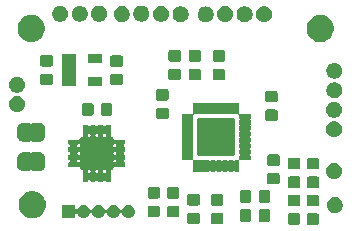
<source format=gbr>
G04 #@! TF.GenerationSoftware,KiCad,Pcbnew,(5.1.4)-1*
G04 #@! TF.CreationDate,2019-11-10T16:51:08-05:00*
G04 #@! TF.ProjectId,UniAmp,556e6941-6d70-42e6-9b69-6361645f7063,rev?*
G04 #@! TF.SameCoordinates,Original*
G04 #@! TF.FileFunction,Soldermask,Top*
G04 #@! TF.FilePolarity,Negative*
%FSLAX46Y46*%
G04 Gerber Fmt 4.6, Leading zero omitted, Abs format (unit mm)*
G04 Created by KiCad (PCBNEW (5.1.4)-1) date 2019-11-10 16:51:08*
%MOMM*%
%LPD*%
G04 APERTURE LIST*
%ADD10C,0.100000*%
G04 APERTURE END LIST*
D10*
G36*
X139429591Y-74400585D02*
G01*
X139463569Y-74410893D01*
X139494890Y-74427634D01*
X139522339Y-74450161D01*
X139544866Y-74477610D01*
X139561607Y-74508931D01*
X139571915Y-74542909D01*
X139576000Y-74584390D01*
X139576000Y-75185610D01*
X139571915Y-75227091D01*
X139561607Y-75261069D01*
X139544866Y-75292390D01*
X139522339Y-75319839D01*
X139494890Y-75342366D01*
X139463569Y-75359107D01*
X139429591Y-75369415D01*
X139388110Y-75373500D01*
X138711890Y-75373500D01*
X138670409Y-75369415D01*
X138636431Y-75359107D01*
X138605110Y-75342366D01*
X138577661Y-75319839D01*
X138555134Y-75292390D01*
X138538393Y-75261069D01*
X138528085Y-75227091D01*
X138524000Y-75185610D01*
X138524000Y-74584390D01*
X138528085Y-74542909D01*
X138538393Y-74508931D01*
X138555134Y-74477610D01*
X138577661Y-74450161D01*
X138605110Y-74427634D01*
X138636431Y-74410893D01*
X138670409Y-74400585D01*
X138711890Y-74396500D01*
X139388110Y-74396500D01*
X139429591Y-74400585D01*
X139429591Y-74400585D01*
G37*
G36*
X137839591Y-74380585D02*
G01*
X137873569Y-74390893D01*
X137904890Y-74407634D01*
X137932339Y-74430161D01*
X137954866Y-74457610D01*
X137971607Y-74488931D01*
X137981915Y-74522909D01*
X137986000Y-74564390D01*
X137986000Y-75165610D01*
X137981915Y-75207091D01*
X137971607Y-75241069D01*
X137954866Y-75272390D01*
X137932339Y-75299839D01*
X137904890Y-75322366D01*
X137873569Y-75339107D01*
X137839591Y-75349415D01*
X137798110Y-75353500D01*
X137121890Y-75353500D01*
X137080409Y-75349415D01*
X137046431Y-75339107D01*
X137015110Y-75322366D01*
X136987661Y-75299839D01*
X136965134Y-75272390D01*
X136948393Y-75241069D01*
X136938085Y-75207091D01*
X136934000Y-75165610D01*
X136934000Y-74564390D01*
X136938085Y-74522909D01*
X136948393Y-74488931D01*
X136965134Y-74457610D01*
X136987661Y-74430161D01*
X137015110Y-74407634D01*
X137046431Y-74390893D01*
X137080409Y-74380585D01*
X137121890Y-74376500D01*
X137798110Y-74376500D01*
X137839591Y-74380585D01*
X137839591Y-74380585D01*
G37*
G36*
X129329591Y-74340585D02*
G01*
X129363569Y-74350893D01*
X129394890Y-74367634D01*
X129422339Y-74390161D01*
X129444866Y-74417610D01*
X129461607Y-74448931D01*
X129471915Y-74482909D01*
X129476000Y-74524390D01*
X129476000Y-75125610D01*
X129471915Y-75167091D01*
X129461607Y-75201069D01*
X129444866Y-75232390D01*
X129422339Y-75259839D01*
X129394890Y-75282366D01*
X129363569Y-75299107D01*
X129329591Y-75309415D01*
X129288110Y-75313500D01*
X128611890Y-75313500D01*
X128570409Y-75309415D01*
X128536431Y-75299107D01*
X128505110Y-75282366D01*
X128477661Y-75259839D01*
X128455134Y-75232390D01*
X128438393Y-75201069D01*
X128428085Y-75167091D01*
X128424000Y-75125610D01*
X128424000Y-74524390D01*
X128428085Y-74482909D01*
X128438393Y-74448931D01*
X128455134Y-74417610D01*
X128477661Y-74390161D01*
X128505110Y-74367634D01*
X128536431Y-74350893D01*
X128570409Y-74340585D01*
X128611890Y-74336500D01*
X129288110Y-74336500D01*
X129329591Y-74340585D01*
X129329591Y-74340585D01*
G37*
G36*
X131329591Y-74340585D02*
G01*
X131363569Y-74350893D01*
X131394890Y-74367634D01*
X131422339Y-74390161D01*
X131444866Y-74417610D01*
X131461607Y-74448931D01*
X131471915Y-74482909D01*
X131476000Y-74524390D01*
X131476000Y-75125610D01*
X131471915Y-75167091D01*
X131461607Y-75201069D01*
X131444866Y-75232390D01*
X131422339Y-75259839D01*
X131394890Y-75282366D01*
X131363569Y-75299107D01*
X131329591Y-75309415D01*
X131288110Y-75313500D01*
X130611890Y-75313500D01*
X130570409Y-75309415D01*
X130536431Y-75299107D01*
X130505110Y-75282366D01*
X130477661Y-75259839D01*
X130455134Y-75232390D01*
X130438393Y-75201069D01*
X130428085Y-75167091D01*
X130424000Y-75125610D01*
X130424000Y-74524390D01*
X130428085Y-74482909D01*
X130438393Y-74448931D01*
X130455134Y-74417610D01*
X130477661Y-74390161D01*
X130505110Y-74367634D01*
X130536431Y-74350893D01*
X130570409Y-74340585D01*
X130611890Y-74336500D01*
X131288110Y-74336500D01*
X131329591Y-74340585D01*
X131329591Y-74340585D01*
G37*
G36*
X135282091Y-74058085D02*
G01*
X135316069Y-74068393D01*
X135347390Y-74085134D01*
X135374839Y-74107661D01*
X135397366Y-74135110D01*
X135414107Y-74166431D01*
X135424415Y-74200409D01*
X135428500Y-74241890D01*
X135428500Y-74918110D01*
X135424415Y-74959591D01*
X135414107Y-74993569D01*
X135397366Y-75024890D01*
X135374839Y-75052339D01*
X135347390Y-75074866D01*
X135316069Y-75091607D01*
X135282091Y-75101915D01*
X135240610Y-75106000D01*
X134639390Y-75106000D01*
X134597909Y-75101915D01*
X134563931Y-75091607D01*
X134532610Y-75074866D01*
X134505161Y-75052339D01*
X134482634Y-75024890D01*
X134465893Y-74993569D01*
X134455585Y-74959591D01*
X134451500Y-74918110D01*
X134451500Y-74241890D01*
X134455585Y-74200409D01*
X134465893Y-74166431D01*
X134482634Y-74135110D01*
X134505161Y-74107661D01*
X134532610Y-74085134D01*
X134563931Y-74068393D01*
X134597909Y-74058085D01*
X134639390Y-74054000D01*
X135240610Y-74054000D01*
X135282091Y-74058085D01*
X135282091Y-74058085D01*
G37*
G36*
X133707091Y-74058085D02*
G01*
X133741069Y-74068393D01*
X133772390Y-74085134D01*
X133799839Y-74107661D01*
X133822366Y-74135110D01*
X133839107Y-74166431D01*
X133849415Y-74200409D01*
X133853500Y-74241890D01*
X133853500Y-74918110D01*
X133849415Y-74959591D01*
X133839107Y-74993569D01*
X133822366Y-75024890D01*
X133799839Y-75052339D01*
X133772390Y-75074866D01*
X133741069Y-75091607D01*
X133707091Y-75101915D01*
X133665610Y-75106000D01*
X133064390Y-75106000D01*
X133022909Y-75101915D01*
X132988931Y-75091607D01*
X132957610Y-75074866D01*
X132930161Y-75052339D01*
X132907634Y-75024890D01*
X132890893Y-74993569D01*
X132880585Y-74959591D01*
X132876500Y-74918110D01*
X132876500Y-74241890D01*
X132880585Y-74200409D01*
X132890893Y-74166431D01*
X132907634Y-74135110D01*
X132930161Y-74107661D01*
X132957610Y-74085134D01*
X132988931Y-74068393D01*
X133022909Y-74058085D01*
X133064390Y-74054000D01*
X133665610Y-74054000D01*
X133707091Y-74058085D01*
X133707091Y-74058085D01*
G37*
G36*
X115524549Y-72531116D02*
G01*
X115635734Y-72553232D01*
X115783850Y-72614584D01*
X115822515Y-72630599D01*
X115845203Y-72639997D01*
X116033720Y-72765960D01*
X116194040Y-72926280D01*
X116320003Y-73114797D01*
X116406768Y-73324266D01*
X116417813Y-73379793D01*
X116451000Y-73546635D01*
X116451000Y-73773365D01*
X116441702Y-73820110D01*
X116406768Y-73995734D01*
X116320003Y-74205203D01*
X116194040Y-74393720D01*
X116033720Y-74554040D01*
X115845203Y-74680003D01*
X115845202Y-74680004D01*
X115845201Y-74680004D01*
X115809321Y-74694866D01*
X115635734Y-74766768D01*
X115524549Y-74788884D01*
X115413365Y-74811000D01*
X115186635Y-74811000D01*
X115075451Y-74788884D01*
X114964266Y-74766768D01*
X114790679Y-74694866D01*
X114754799Y-74680004D01*
X114754798Y-74680004D01*
X114754797Y-74680003D01*
X114566280Y-74554040D01*
X114405960Y-74393720D01*
X114279997Y-74205203D01*
X114193232Y-73995734D01*
X114158298Y-73820110D01*
X114149000Y-73773365D01*
X114149000Y-73546635D01*
X114182187Y-73379793D01*
X114193232Y-73324266D01*
X114279997Y-73114797D01*
X114405960Y-72926280D01*
X114566280Y-72765960D01*
X114754797Y-72639997D01*
X114777486Y-72630599D01*
X114816150Y-72614584D01*
X114964266Y-72553232D01*
X115075451Y-72531116D01*
X115186635Y-72509000D01*
X115413365Y-72509000D01*
X115524549Y-72531116D01*
X115524549Y-72531116D01*
G37*
G36*
X118911000Y-73907265D02*
G01*
X118913402Y-73931651D01*
X118920515Y-73955100D01*
X118932066Y-73976711D01*
X118947611Y-73995653D01*
X118966553Y-74011198D01*
X118988164Y-74022749D01*
X119011613Y-74029862D01*
X119035999Y-74032264D01*
X119060385Y-74029862D01*
X119083834Y-74022749D01*
X119105445Y-74011198D01*
X119124387Y-73995653D01*
X119139932Y-73976711D01*
X119146233Y-73966198D01*
X119169644Y-73922400D01*
X119238499Y-73838499D01*
X119248721Y-73830110D01*
X119322400Y-73769643D01*
X119415448Y-73719908D01*
X119418121Y-73718479D01*
X119521985Y-73686973D01*
X119602933Y-73679000D01*
X119657067Y-73679000D01*
X119738015Y-73686973D01*
X119841879Y-73718479D01*
X119844552Y-73719908D01*
X119937600Y-73769643D01*
X120021501Y-73838499D01*
X120090357Y-73922400D01*
X120122882Y-73983250D01*
X120141521Y-74018121D01*
X120145388Y-74030869D01*
X120154760Y-74053496D01*
X120168374Y-74073870D01*
X120185701Y-74091197D01*
X120206075Y-74104811D01*
X120228714Y-74114188D01*
X120252747Y-74118969D01*
X120277251Y-74118969D01*
X120301285Y-74114189D01*
X120323924Y-74104812D01*
X120344298Y-74091198D01*
X120361625Y-74073871D01*
X120375239Y-74053497D01*
X120384612Y-74030869D01*
X120388479Y-74018121D01*
X120407118Y-73983250D01*
X120439643Y-73922400D01*
X120508499Y-73838499D01*
X120592400Y-73769643D01*
X120685448Y-73719908D01*
X120688121Y-73718479D01*
X120791985Y-73686973D01*
X120872933Y-73679000D01*
X120927067Y-73679000D01*
X121008015Y-73686973D01*
X121111879Y-73718479D01*
X121114552Y-73719908D01*
X121207600Y-73769643D01*
X121291501Y-73838499D01*
X121360357Y-73922400D01*
X121392882Y-73983250D01*
X121411521Y-74018121D01*
X121415388Y-74030869D01*
X121424760Y-74053496D01*
X121438374Y-74073870D01*
X121455701Y-74091197D01*
X121476075Y-74104811D01*
X121498714Y-74114188D01*
X121522747Y-74118969D01*
X121547251Y-74118969D01*
X121571285Y-74114189D01*
X121593924Y-74104812D01*
X121614298Y-74091198D01*
X121631625Y-74073871D01*
X121645239Y-74053497D01*
X121654612Y-74030869D01*
X121658479Y-74018121D01*
X121677118Y-73983250D01*
X121709643Y-73922400D01*
X121778499Y-73838499D01*
X121862400Y-73769643D01*
X121955448Y-73719908D01*
X121958121Y-73718479D01*
X122061985Y-73686973D01*
X122142933Y-73679000D01*
X122197067Y-73679000D01*
X122278015Y-73686973D01*
X122381879Y-73718479D01*
X122384552Y-73719908D01*
X122477600Y-73769643D01*
X122561501Y-73838499D01*
X122630357Y-73922400D01*
X122662882Y-73983250D01*
X122681521Y-74018121D01*
X122685388Y-74030869D01*
X122694760Y-74053496D01*
X122708374Y-74073870D01*
X122725701Y-74091197D01*
X122746075Y-74104811D01*
X122768714Y-74114188D01*
X122792747Y-74118969D01*
X122817251Y-74118969D01*
X122841285Y-74114189D01*
X122863924Y-74104812D01*
X122884298Y-74091198D01*
X122901625Y-74073871D01*
X122915239Y-74053497D01*
X122924612Y-74030869D01*
X122928479Y-74018121D01*
X122947118Y-73983250D01*
X122979643Y-73922400D01*
X123048499Y-73838499D01*
X123132400Y-73769643D01*
X123225448Y-73719908D01*
X123228121Y-73718479D01*
X123331985Y-73686973D01*
X123412933Y-73679000D01*
X123467067Y-73679000D01*
X123548015Y-73686973D01*
X123651879Y-73718479D01*
X123654552Y-73719908D01*
X123747600Y-73769643D01*
X123831501Y-73838499D01*
X123900357Y-73922400D01*
X123932882Y-73983250D01*
X123951521Y-74018121D01*
X123983027Y-74121985D01*
X123993666Y-74230000D01*
X123983027Y-74338015D01*
X123951521Y-74441879D01*
X123947094Y-74450161D01*
X123900357Y-74537600D01*
X123831501Y-74621501D01*
X123747600Y-74690357D01*
X123680916Y-74726000D01*
X123651879Y-74741521D01*
X123548015Y-74773027D01*
X123467067Y-74781000D01*
X123412933Y-74781000D01*
X123331985Y-74773027D01*
X123228121Y-74741521D01*
X123199084Y-74726000D01*
X123132400Y-74690357D01*
X123048499Y-74621501D01*
X122979643Y-74537600D01*
X122932906Y-74450161D01*
X122928479Y-74441879D01*
X122924612Y-74429131D01*
X122915240Y-74406504D01*
X122901626Y-74386130D01*
X122884299Y-74368803D01*
X122863925Y-74355189D01*
X122841286Y-74345812D01*
X122817253Y-74341031D01*
X122792749Y-74341031D01*
X122768715Y-74345811D01*
X122746076Y-74355188D01*
X122725702Y-74368802D01*
X122708375Y-74386129D01*
X122694761Y-74406503D01*
X122685388Y-74429131D01*
X122681521Y-74441879D01*
X122677094Y-74450161D01*
X122630357Y-74537600D01*
X122561501Y-74621501D01*
X122477600Y-74690357D01*
X122410916Y-74726000D01*
X122381879Y-74741521D01*
X122278015Y-74773027D01*
X122197067Y-74781000D01*
X122142933Y-74781000D01*
X122061985Y-74773027D01*
X121958121Y-74741521D01*
X121929084Y-74726000D01*
X121862400Y-74690357D01*
X121778499Y-74621501D01*
X121709643Y-74537600D01*
X121662906Y-74450161D01*
X121658479Y-74441879D01*
X121654612Y-74429131D01*
X121645240Y-74406504D01*
X121631626Y-74386130D01*
X121614299Y-74368803D01*
X121593925Y-74355189D01*
X121571286Y-74345812D01*
X121547253Y-74341031D01*
X121522749Y-74341031D01*
X121498715Y-74345811D01*
X121476076Y-74355188D01*
X121455702Y-74368802D01*
X121438375Y-74386129D01*
X121424761Y-74406503D01*
X121415388Y-74429131D01*
X121411521Y-74441879D01*
X121407094Y-74450161D01*
X121360357Y-74537600D01*
X121291501Y-74621501D01*
X121207600Y-74690357D01*
X121140916Y-74726000D01*
X121111879Y-74741521D01*
X121008015Y-74773027D01*
X120927067Y-74781000D01*
X120872933Y-74781000D01*
X120791985Y-74773027D01*
X120688121Y-74741521D01*
X120659084Y-74726000D01*
X120592400Y-74690357D01*
X120508499Y-74621501D01*
X120439643Y-74537600D01*
X120392906Y-74450161D01*
X120388479Y-74441879D01*
X120384612Y-74429131D01*
X120375240Y-74406504D01*
X120361626Y-74386130D01*
X120344299Y-74368803D01*
X120323925Y-74355189D01*
X120301286Y-74345812D01*
X120277253Y-74341031D01*
X120252749Y-74341031D01*
X120228715Y-74345811D01*
X120206076Y-74355188D01*
X120185702Y-74368802D01*
X120168375Y-74386129D01*
X120154761Y-74406503D01*
X120145388Y-74429131D01*
X120141521Y-74441879D01*
X120137094Y-74450161D01*
X120090357Y-74537600D01*
X120021501Y-74621501D01*
X119937600Y-74690357D01*
X119870916Y-74726000D01*
X119841879Y-74741521D01*
X119738015Y-74773027D01*
X119657067Y-74781000D01*
X119602933Y-74781000D01*
X119521985Y-74773027D01*
X119418121Y-74741521D01*
X119389084Y-74726000D01*
X119322400Y-74690357D01*
X119238499Y-74621501D01*
X119169645Y-74537601D01*
X119169644Y-74537600D01*
X119146236Y-74493807D01*
X119132625Y-74473437D01*
X119115298Y-74456110D01*
X119094924Y-74442496D01*
X119072285Y-74433119D01*
X119048252Y-74428338D01*
X119023748Y-74428338D01*
X118999714Y-74433118D01*
X118977076Y-74442495D01*
X118956701Y-74456109D01*
X118939374Y-74473436D01*
X118925760Y-74493810D01*
X118916383Y-74516449D01*
X118911602Y-74540482D01*
X118911000Y-74552735D01*
X118911000Y-74781000D01*
X117809000Y-74781000D01*
X117809000Y-73679000D01*
X118911000Y-73679000D01*
X118911000Y-73907265D01*
X118911000Y-73907265D01*
G37*
G36*
X127609591Y-73753085D02*
G01*
X127643569Y-73763393D01*
X127674890Y-73780134D01*
X127702339Y-73802661D01*
X127724866Y-73830110D01*
X127741607Y-73861431D01*
X127751915Y-73895409D01*
X127756000Y-73936890D01*
X127756000Y-74538110D01*
X127751915Y-74579591D01*
X127741607Y-74613569D01*
X127724866Y-74644890D01*
X127702339Y-74672339D01*
X127674890Y-74694866D01*
X127643569Y-74711607D01*
X127609591Y-74721915D01*
X127568110Y-74726000D01*
X126891890Y-74726000D01*
X126850409Y-74721915D01*
X126816431Y-74711607D01*
X126785110Y-74694866D01*
X126757661Y-74672339D01*
X126735134Y-74644890D01*
X126718393Y-74613569D01*
X126708085Y-74579591D01*
X126704000Y-74538110D01*
X126704000Y-73936890D01*
X126708085Y-73895409D01*
X126718393Y-73861431D01*
X126735134Y-73830110D01*
X126757661Y-73802661D01*
X126785110Y-73780134D01*
X126816431Y-73763393D01*
X126850409Y-73753085D01*
X126891890Y-73749000D01*
X127568110Y-73749000D01*
X127609591Y-73753085D01*
X127609591Y-73753085D01*
G37*
G36*
X125969591Y-73743085D02*
G01*
X126003569Y-73753393D01*
X126034890Y-73770134D01*
X126062339Y-73792661D01*
X126084866Y-73820110D01*
X126101607Y-73851431D01*
X126111915Y-73885409D01*
X126116000Y-73926890D01*
X126116000Y-74528110D01*
X126111915Y-74569591D01*
X126101607Y-74603569D01*
X126084866Y-74634890D01*
X126062339Y-74662339D01*
X126034890Y-74684866D01*
X126003569Y-74701607D01*
X125969591Y-74711915D01*
X125928110Y-74716000D01*
X125251890Y-74716000D01*
X125210409Y-74711915D01*
X125176431Y-74701607D01*
X125145110Y-74684866D01*
X125117661Y-74662339D01*
X125095134Y-74634890D01*
X125078393Y-74603569D01*
X125068085Y-74569591D01*
X125064000Y-74528110D01*
X125064000Y-73926890D01*
X125068085Y-73885409D01*
X125078393Y-73851431D01*
X125095134Y-73820110D01*
X125117661Y-73792661D01*
X125145110Y-73770134D01*
X125176431Y-73753393D01*
X125210409Y-73743085D01*
X125251890Y-73739000D01*
X125928110Y-73739000D01*
X125969591Y-73743085D01*
X125969591Y-73743085D01*
G37*
G36*
X141063648Y-73041319D02*
G01*
X141107182Y-73049978D01*
X141230206Y-73100936D01*
X141340925Y-73174916D01*
X141435084Y-73269075D01*
X141509064Y-73379794D01*
X141556473Y-73494250D01*
X141560022Y-73502819D01*
X141586000Y-73633418D01*
X141586000Y-73766582D01*
X141575267Y-73820539D01*
X141560022Y-73897182D01*
X141509064Y-74020206D01*
X141435084Y-74130925D01*
X141340925Y-74225084D01*
X141230206Y-74299064D01*
X141107182Y-74350022D01*
X141081693Y-74355092D01*
X140976582Y-74376000D01*
X140843418Y-74376000D01*
X140738307Y-74355092D01*
X140712818Y-74350022D01*
X140589794Y-74299064D01*
X140479075Y-74225084D01*
X140384916Y-74130925D01*
X140310936Y-74020206D01*
X140259978Y-73897182D01*
X140244733Y-73820539D01*
X140234000Y-73766582D01*
X140234000Y-73633418D01*
X140259978Y-73502819D01*
X140263527Y-73494250D01*
X140310936Y-73379794D01*
X140384916Y-73269075D01*
X140479075Y-73174916D01*
X140589794Y-73100936D01*
X140712818Y-73049978D01*
X140756352Y-73041319D01*
X140843418Y-73024000D01*
X140976582Y-73024000D01*
X141063648Y-73041319D01*
X141063648Y-73041319D01*
G37*
G36*
X139429591Y-72825585D02*
G01*
X139463569Y-72835893D01*
X139494890Y-72852634D01*
X139522339Y-72875161D01*
X139544866Y-72902610D01*
X139561607Y-72933931D01*
X139571915Y-72967909D01*
X139576000Y-73009390D01*
X139576000Y-73610610D01*
X139571915Y-73652091D01*
X139561607Y-73686069D01*
X139544866Y-73717390D01*
X139522339Y-73744839D01*
X139494890Y-73767366D01*
X139463569Y-73784107D01*
X139429591Y-73794415D01*
X139388110Y-73798500D01*
X138711890Y-73798500D01*
X138670409Y-73794415D01*
X138636431Y-73784107D01*
X138605110Y-73767366D01*
X138577661Y-73744839D01*
X138555134Y-73717390D01*
X138538393Y-73686069D01*
X138528085Y-73652091D01*
X138524000Y-73610610D01*
X138524000Y-73009390D01*
X138528085Y-72967909D01*
X138538393Y-72933931D01*
X138555134Y-72902610D01*
X138577661Y-72875161D01*
X138605110Y-72852634D01*
X138636431Y-72835893D01*
X138670409Y-72825585D01*
X138711890Y-72821500D01*
X139388110Y-72821500D01*
X139429591Y-72825585D01*
X139429591Y-72825585D01*
G37*
G36*
X137839591Y-72805585D02*
G01*
X137873569Y-72815893D01*
X137904890Y-72832634D01*
X137932339Y-72855161D01*
X137954866Y-72882610D01*
X137971607Y-72913931D01*
X137981915Y-72947909D01*
X137986000Y-72989390D01*
X137986000Y-73590610D01*
X137981915Y-73632091D01*
X137971607Y-73666069D01*
X137954866Y-73697390D01*
X137932339Y-73724839D01*
X137904890Y-73747366D01*
X137873569Y-73764107D01*
X137839591Y-73774415D01*
X137798110Y-73778500D01*
X137121890Y-73778500D01*
X137080409Y-73774415D01*
X137046431Y-73764107D01*
X137015110Y-73747366D01*
X136987661Y-73724839D01*
X136965134Y-73697390D01*
X136948393Y-73666069D01*
X136938085Y-73632091D01*
X136934000Y-73590610D01*
X136934000Y-72989390D01*
X136938085Y-72947909D01*
X136948393Y-72913931D01*
X136965134Y-72882610D01*
X136987661Y-72855161D01*
X137015110Y-72832634D01*
X137046431Y-72815893D01*
X137080409Y-72805585D01*
X137121890Y-72801500D01*
X137798110Y-72801500D01*
X137839591Y-72805585D01*
X137839591Y-72805585D01*
G37*
G36*
X129329591Y-72765585D02*
G01*
X129363569Y-72775893D01*
X129394890Y-72792634D01*
X129422339Y-72815161D01*
X129444866Y-72842610D01*
X129461607Y-72873931D01*
X129471915Y-72907909D01*
X129476000Y-72949390D01*
X129476000Y-73550610D01*
X129471915Y-73592091D01*
X129461607Y-73626069D01*
X129444866Y-73657390D01*
X129422339Y-73684839D01*
X129394890Y-73707366D01*
X129363569Y-73724107D01*
X129329591Y-73734415D01*
X129288110Y-73738500D01*
X128611890Y-73738500D01*
X128570409Y-73734415D01*
X128536431Y-73724107D01*
X128505110Y-73707366D01*
X128477661Y-73684839D01*
X128455134Y-73657390D01*
X128438393Y-73626069D01*
X128428085Y-73592091D01*
X128424000Y-73550610D01*
X128424000Y-72949390D01*
X128428085Y-72907909D01*
X128438393Y-72873931D01*
X128455134Y-72842610D01*
X128477661Y-72815161D01*
X128505110Y-72792634D01*
X128536431Y-72775893D01*
X128570409Y-72765585D01*
X128611890Y-72761500D01*
X129288110Y-72761500D01*
X129329591Y-72765585D01*
X129329591Y-72765585D01*
G37*
G36*
X131329591Y-72765585D02*
G01*
X131363569Y-72775893D01*
X131394890Y-72792634D01*
X131422339Y-72815161D01*
X131444866Y-72842610D01*
X131461607Y-72873931D01*
X131471915Y-72907909D01*
X131476000Y-72949390D01*
X131476000Y-73550610D01*
X131471915Y-73592091D01*
X131461607Y-73626069D01*
X131444866Y-73657390D01*
X131422339Y-73684839D01*
X131394890Y-73707366D01*
X131363569Y-73724107D01*
X131329591Y-73734415D01*
X131288110Y-73738500D01*
X130611890Y-73738500D01*
X130570409Y-73734415D01*
X130536431Y-73724107D01*
X130505110Y-73707366D01*
X130477661Y-73684839D01*
X130455134Y-73657390D01*
X130438393Y-73626069D01*
X130428085Y-73592091D01*
X130424000Y-73550610D01*
X130424000Y-72949390D01*
X130428085Y-72907909D01*
X130438393Y-72873931D01*
X130455134Y-72842610D01*
X130477661Y-72815161D01*
X130505110Y-72792634D01*
X130536431Y-72775893D01*
X130570409Y-72765585D01*
X130611890Y-72761500D01*
X131288110Y-72761500D01*
X131329591Y-72765585D01*
X131329591Y-72765585D01*
G37*
G36*
X133707091Y-72438085D02*
G01*
X133741069Y-72448393D01*
X133772390Y-72465134D01*
X133799839Y-72487661D01*
X133822366Y-72515110D01*
X133839107Y-72546431D01*
X133849415Y-72580409D01*
X133853500Y-72621890D01*
X133853500Y-73298110D01*
X133849415Y-73339591D01*
X133839107Y-73373569D01*
X133822366Y-73404890D01*
X133799839Y-73432339D01*
X133772390Y-73454866D01*
X133741069Y-73471607D01*
X133707091Y-73481915D01*
X133665610Y-73486000D01*
X133064390Y-73486000D01*
X133022909Y-73481915D01*
X132988931Y-73471607D01*
X132957610Y-73454866D01*
X132930161Y-73432339D01*
X132907634Y-73404890D01*
X132890893Y-73373569D01*
X132880585Y-73339591D01*
X132876500Y-73298110D01*
X132876500Y-72621890D01*
X132880585Y-72580409D01*
X132890893Y-72546431D01*
X132907634Y-72515110D01*
X132930161Y-72487661D01*
X132957610Y-72465134D01*
X132988931Y-72448393D01*
X133022909Y-72438085D01*
X133064390Y-72434000D01*
X133665610Y-72434000D01*
X133707091Y-72438085D01*
X133707091Y-72438085D01*
G37*
G36*
X135282091Y-72438085D02*
G01*
X135316069Y-72448393D01*
X135347390Y-72465134D01*
X135374839Y-72487661D01*
X135397366Y-72515110D01*
X135414107Y-72546431D01*
X135424415Y-72580409D01*
X135428500Y-72621890D01*
X135428500Y-73298110D01*
X135424415Y-73339591D01*
X135414107Y-73373569D01*
X135397366Y-73404890D01*
X135374839Y-73432339D01*
X135347390Y-73454866D01*
X135316069Y-73471607D01*
X135282091Y-73481915D01*
X135240610Y-73486000D01*
X134639390Y-73486000D01*
X134597909Y-73481915D01*
X134563931Y-73471607D01*
X134532610Y-73454866D01*
X134505161Y-73432339D01*
X134482634Y-73404890D01*
X134465893Y-73373569D01*
X134455585Y-73339591D01*
X134451500Y-73298110D01*
X134451500Y-72621890D01*
X134455585Y-72580409D01*
X134465893Y-72546431D01*
X134482634Y-72515110D01*
X134505161Y-72487661D01*
X134532610Y-72465134D01*
X134563931Y-72448393D01*
X134597909Y-72438085D01*
X134639390Y-72434000D01*
X135240610Y-72434000D01*
X135282091Y-72438085D01*
X135282091Y-72438085D01*
G37*
G36*
X127609591Y-72178085D02*
G01*
X127643569Y-72188393D01*
X127674890Y-72205134D01*
X127702339Y-72227661D01*
X127724866Y-72255110D01*
X127741607Y-72286431D01*
X127751915Y-72320409D01*
X127756000Y-72361890D01*
X127756000Y-72963110D01*
X127751915Y-73004591D01*
X127741607Y-73038569D01*
X127724866Y-73069890D01*
X127702339Y-73097339D01*
X127674890Y-73119866D01*
X127643569Y-73136607D01*
X127609591Y-73146915D01*
X127568110Y-73151000D01*
X126891890Y-73151000D01*
X126850409Y-73146915D01*
X126816431Y-73136607D01*
X126785110Y-73119866D01*
X126757661Y-73097339D01*
X126735134Y-73069890D01*
X126718393Y-73038569D01*
X126708085Y-73004591D01*
X126704000Y-72963110D01*
X126704000Y-72361890D01*
X126708085Y-72320409D01*
X126718393Y-72286431D01*
X126735134Y-72255110D01*
X126757661Y-72227661D01*
X126785110Y-72205134D01*
X126816431Y-72188393D01*
X126850409Y-72178085D01*
X126891890Y-72174000D01*
X127568110Y-72174000D01*
X127609591Y-72178085D01*
X127609591Y-72178085D01*
G37*
G36*
X125969591Y-72168085D02*
G01*
X126003569Y-72178393D01*
X126034890Y-72195134D01*
X126062339Y-72217661D01*
X126084866Y-72245110D01*
X126101607Y-72276431D01*
X126111915Y-72310409D01*
X126116000Y-72351890D01*
X126116000Y-72953110D01*
X126111915Y-72994591D01*
X126101607Y-73028569D01*
X126084866Y-73059890D01*
X126062339Y-73087339D01*
X126034890Y-73109866D01*
X126003569Y-73126607D01*
X125969591Y-73136915D01*
X125928110Y-73141000D01*
X125251890Y-73141000D01*
X125210409Y-73136915D01*
X125176431Y-73126607D01*
X125145110Y-73109866D01*
X125117661Y-73087339D01*
X125095134Y-73059890D01*
X125078393Y-73028569D01*
X125068085Y-72994591D01*
X125064000Y-72953110D01*
X125064000Y-72351890D01*
X125068085Y-72310409D01*
X125078393Y-72276431D01*
X125095134Y-72245110D01*
X125117661Y-72217661D01*
X125145110Y-72195134D01*
X125176431Y-72178393D01*
X125210409Y-72168085D01*
X125251890Y-72164000D01*
X125928110Y-72164000D01*
X125969591Y-72168085D01*
X125969591Y-72168085D01*
G37*
G36*
X139439591Y-71280585D02*
G01*
X139473569Y-71290893D01*
X139504890Y-71307634D01*
X139532339Y-71330161D01*
X139554866Y-71357610D01*
X139571607Y-71388931D01*
X139581915Y-71422909D01*
X139586000Y-71464390D01*
X139586000Y-72065610D01*
X139581915Y-72107091D01*
X139571607Y-72141069D01*
X139554866Y-72172390D01*
X139532339Y-72199839D01*
X139504890Y-72222366D01*
X139473569Y-72239107D01*
X139439591Y-72249415D01*
X139398110Y-72253500D01*
X138721890Y-72253500D01*
X138680409Y-72249415D01*
X138646431Y-72239107D01*
X138615110Y-72222366D01*
X138587661Y-72199839D01*
X138565134Y-72172390D01*
X138548393Y-72141069D01*
X138538085Y-72107091D01*
X138534000Y-72065610D01*
X138534000Y-71464390D01*
X138538085Y-71422909D01*
X138548393Y-71388931D01*
X138565134Y-71357610D01*
X138587661Y-71330161D01*
X138615110Y-71307634D01*
X138646431Y-71290893D01*
X138680409Y-71280585D01*
X138721890Y-71276500D01*
X139398110Y-71276500D01*
X139439591Y-71280585D01*
X139439591Y-71280585D01*
G37*
G36*
X137839591Y-71270585D02*
G01*
X137873569Y-71280893D01*
X137904890Y-71297634D01*
X137932339Y-71320161D01*
X137954866Y-71347610D01*
X137971607Y-71378931D01*
X137981915Y-71412909D01*
X137986000Y-71454390D01*
X137986000Y-72055610D01*
X137981915Y-72097091D01*
X137971607Y-72131069D01*
X137954866Y-72162390D01*
X137932339Y-72189839D01*
X137904890Y-72212366D01*
X137873569Y-72229107D01*
X137839591Y-72239415D01*
X137798110Y-72243500D01*
X137121890Y-72243500D01*
X137080409Y-72239415D01*
X137046431Y-72229107D01*
X137015110Y-72212366D01*
X136987661Y-72189839D01*
X136965134Y-72162390D01*
X136948393Y-72131069D01*
X136938085Y-72097091D01*
X136934000Y-72055610D01*
X136934000Y-71454390D01*
X136938085Y-71412909D01*
X136948393Y-71378931D01*
X136965134Y-71347610D01*
X136987661Y-71320161D01*
X137015110Y-71297634D01*
X137046431Y-71280893D01*
X137080409Y-71270585D01*
X137121890Y-71266500D01*
X137798110Y-71266500D01*
X137839591Y-71270585D01*
X137839591Y-71270585D01*
G37*
G36*
X136089591Y-70980585D02*
G01*
X136123569Y-70990893D01*
X136154890Y-71007634D01*
X136182339Y-71030161D01*
X136204866Y-71057610D01*
X136221607Y-71088931D01*
X136231915Y-71122909D01*
X136236000Y-71164390D01*
X136236000Y-71765610D01*
X136231915Y-71807091D01*
X136221607Y-71841069D01*
X136204866Y-71872390D01*
X136182339Y-71899839D01*
X136154890Y-71922366D01*
X136123569Y-71939107D01*
X136089591Y-71949415D01*
X136048110Y-71953500D01*
X135371890Y-71953500D01*
X135330409Y-71949415D01*
X135296431Y-71939107D01*
X135265110Y-71922366D01*
X135237661Y-71899839D01*
X135215134Y-71872390D01*
X135198393Y-71841069D01*
X135188085Y-71807091D01*
X135184000Y-71765610D01*
X135184000Y-71164390D01*
X135188085Y-71122909D01*
X135198393Y-71088931D01*
X135215134Y-71057610D01*
X135237661Y-71030161D01*
X135265110Y-71007634D01*
X135296431Y-70990893D01*
X135330409Y-70980585D01*
X135371890Y-70976500D01*
X136048110Y-70976500D01*
X136089591Y-70980585D01*
X136089591Y-70980585D01*
G37*
G36*
X119955295Y-66895323D02*
G01*
X119962310Y-66897451D01*
X119968776Y-66900908D01*
X119974442Y-66905558D01*
X119979092Y-66911224D01*
X119982549Y-66917690D01*
X119984677Y-66924705D01*
X119985603Y-66934109D01*
X119990383Y-66958142D01*
X119999761Y-66980781D01*
X120013374Y-67001155D01*
X120030701Y-67018482D01*
X120051076Y-67032096D01*
X120073715Y-67041474D01*
X120097748Y-67046254D01*
X120122252Y-67046254D01*
X120146285Y-67041474D01*
X120168924Y-67032096D01*
X120189298Y-67018483D01*
X120206625Y-67001156D01*
X120220239Y-66980781D01*
X120229617Y-66958142D01*
X120234397Y-66934109D01*
X120235323Y-66924705D01*
X120237451Y-66917690D01*
X120240908Y-66911224D01*
X120245558Y-66905558D01*
X120251224Y-66900908D01*
X120257690Y-66897451D01*
X120264705Y-66895323D01*
X120278140Y-66894000D01*
X120591860Y-66894000D01*
X120605295Y-66895323D01*
X120612310Y-66897451D01*
X120618776Y-66900908D01*
X120624442Y-66905558D01*
X120629092Y-66911224D01*
X120632549Y-66917690D01*
X120634677Y-66924705D01*
X120635603Y-66934109D01*
X120640383Y-66958142D01*
X120649761Y-66980781D01*
X120663374Y-67001155D01*
X120680701Y-67018482D01*
X120701076Y-67032096D01*
X120723715Y-67041474D01*
X120747748Y-67046254D01*
X120772252Y-67046254D01*
X120796285Y-67041474D01*
X120818924Y-67032096D01*
X120839298Y-67018483D01*
X120856625Y-67001156D01*
X120870239Y-66980781D01*
X120879617Y-66958142D01*
X120884397Y-66934109D01*
X120885323Y-66924705D01*
X120887451Y-66917690D01*
X120890908Y-66911224D01*
X120895558Y-66905558D01*
X120901224Y-66900908D01*
X120907690Y-66897451D01*
X120914705Y-66895323D01*
X120928140Y-66894000D01*
X121241860Y-66894000D01*
X121255295Y-66895323D01*
X121262310Y-66897451D01*
X121268776Y-66900908D01*
X121274442Y-66905558D01*
X121279092Y-66911224D01*
X121282549Y-66917690D01*
X121284677Y-66924705D01*
X121285603Y-66934109D01*
X121290383Y-66958142D01*
X121299761Y-66980781D01*
X121313374Y-67001155D01*
X121330701Y-67018482D01*
X121351076Y-67032096D01*
X121373715Y-67041474D01*
X121397748Y-67046254D01*
X121422252Y-67046254D01*
X121446285Y-67041474D01*
X121468924Y-67032096D01*
X121489298Y-67018483D01*
X121506625Y-67001156D01*
X121520239Y-66980781D01*
X121529617Y-66958142D01*
X121534397Y-66934109D01*
X121535323Y-66924705D01*
X121537451Y-66917690D01*
X121540908Y-66911224D01*
X121545558Y-66905558D01*
X121551224Y-66900908D01*
X121557690Y-66897451D01*
X121564705Y-66895323D01*
X121578140Y-66894000D01*
X121891860Y-66894000D01*
X121905295Y-66895323D01*
X121912310Y-66897451D01*
X121918776Y-66900908D01*
X121924442Y-66905558D01*
X121929092Y-66911224D01*
X121932549Y-66917690D01*
X121934677Y-66924705D01*
X121936000Y-66938140D01*
X121936000Y-67776859D01*
X121934959Y-67787427D01*
X121934959Y-67811931D01*
X121939739Y-67835964D01*
X121949116Y-67858603D01*
X121962730Y-67878978D01*
X121980057Y-67896305D01*
X122000431Y-67909919D01*
X122023073Y-67919297D01*
X122063483Y-67931555D01*
X122090623Y-67946062D01*
X122114414Y-67965586D01*
X122133938Y-67989377D01*
X122148445Y-68016517D01*
X122160703Y-68056927D01*
X122170080Y-68079566D01*
X122183693Y-68099941D01*
X122201020Y-68117268D01*
X122221394Y-68130882D01*
X122244033Y-68140260D01*
X122268066Y-68145041D01*
X122292573Y-68145041D01*
X122303141Y-68144000D01*
X123141860Y-68144000D01*
X123155295Y-68145323D01*
X123162310Y-68147451D01*
X123168776Y-68150908D01*
X123174442Y-68155558D01*
X123179092Y-68161224D01*
X123182549Y-68167690D01*
X123184677Y-68174705D01*
X123186000Y-68188140D01*
X123186000Y-68501860D01*
X123184677Y-68515295D01*
X123182549Y-68522310D01*
X123179092Y-68528776D01*
X123174442Y-68534442D01*
X123168776Y-68539092D01*
X123162310Y-68542549D01*
X123155295Y-68544677D01*
X123145891Y-68545603D01*
X123121858Y-68550383D01*
X123099219Y-68559761D01*
X123078845Y-68573374D01*
X123061518Y-68590701D01*
X123047904Y-68611076D01*
X123038526Y-68633715D01*
X123033746Y-68657748D01*
X123033746Y-68682252D01*
X123038526Y-68706285D01*
X123047904Y-68728924D01*
X123061517Y-68749298D01*
X123078844Y-68766625D01*
X123099219Y-68780239D01*
X123121858Y-68789617D01*
X123145891Y-68794397D01*
X123155295Y-68795323D01*
X123162310Y-68797451D01*
X123168776Y-68800908D01*
X123174442Y-68805558D01*
X123179092Y-68811224D01*
X123182549Y-68817690D01*
X123184677Y-68824705D01*
X123186000Y-68838140D01*
X123186000Y-69151860D01*
X123184677Y-69165295D01*
X123182549Y-69172310D01*
X123179092Y-69178776D01*
X123174442Y-69184442D01*
X123168776Y-69189092D01*
X123162310Y-69192549D01*
X123155295Y-69194677D01*
X123145891Y-69195603D01*
X123121858Y-69200383D01*
X123099219Y-69209761D01*
X123078845Y-69223374D01*
X123061518Y-69240701D01*
X123047904Y-69261076D01*
X123038526Y-69283715D01*
X123033746Y-69307748D01*
X123033746Y-69332252D01*
X123038526Y-69356285D01*
X123047904Y-69378924D01*
X123061517Y-69399298D01*
X123078844Y-69416625D01*
X123099219Y-69430239D01*
X123121858Y-69439617D01*
X123145891Y-69444397D01*
X123155295Y-69445323D01*
X123162310Y-69447451D01*
X123168776Y-69450908D01*
X123174442Y-69455558D01*
X123179092Y-69461224D01*
X123182549Y-69467690D01*
X123184677Y-69474705D01*
X123186000Y-69488140D01*
X123186000Y-69801860D01*
X123184677Y-69815295D01*
X123182549Y-69822310D01*
X123179092Y-69828776D01*
X123174442Y-69834442D01*
X123168776Y-69839092D01*
X123162310Y-69842549D01*
X123155295Y-69844677D01*
X123145891Y-69845603D01*
X123121858Y-69850383D01*
X123099219Y-69859761D01*
X123078845Y-69873374D01*
X123061518Y-69890701D01*
X123047904Y-69911076D01*
X123038526Y-69933715D01*
X123033746Y-69957748D01*
X123033746Y-69982252D01*
X123038526Y-70006285D01*
X123047904Y-70028924D01*
X123061517Y-70049298D01*
X123078844Y-70066625D01*
X123099219Y-70080239D01*
X123121858Y-70089617D01*
X123145891Y-70094397D01*
X123155295Y-70095323D01*
X123162310Y-70097451D01*
X123168776Y-70100908D01*
X123174442Y-70105558D01*
X123179092Y-70111224D01*
X123182549Y-70117690D01*
X123184677Y-70124705D01*
X123186000Y-70138140D01*
X123186000Y-70451860D01*
X123184677Y-70465295D01*
X123182549Y-70472310D01*
X123179092Y-70478776D01*
X123174442Y-70484442D01*
X123168776Y-70489092D01*
X123162310Y-70492549D01*
X123155295Y-70494677D01*
X123141860Y-70496000D01*
X122303141Y-70496000D01*
X122292573Y-70494959D01*
X122268069Y-70494959D01*
X122244036Y-70499739D01*
X122221397Y-70509116D01*
X122201022Y-70522730D01*
X122183695Y-70540057D01*
X122170081Y-70560431D01*
X122160703Y-70583073D01*
X122148445Y-70623483D01*
X122133938Y-70650623D01*
X122114414Y-70674414D01*
X122090623Y-70693938D01*
X122063483Y-70708445D01*
X122023073Y-70720703D01*
X122000434Y-70730080D01*
X121980059Y-70743693D01*
X121962732Y-70761020D01*
X121949118Y-70781394D01*
X121939740Y-70804033D01*
X121934959Y-70828066D01*
X121934959Y-70852573D01*
X121936000Y-70863141D01*
X121936000Y-71701860D01*
X121934677Y-71715295D01*
X121932549Y-71722310D01*
X121929092Y-71728776D01*
X121924442Y-71734442D01*
X121918776Y-71739092D01*
X121912310Y-71742549D01*
X121905295Y-71744677D01*
X121891860Y-71746000D01*
X121578140Y-71746000D01*
X121564705Y-71744677D01*
X121557690Y-71742549D01*
X121551224Y-71739092D01*
X121545558Y-71734442D01*
X121540908Y-71728776D01*
X121537451Y-71722310D01*
X121535323Y-71715295D01*
X121534397Y-71705891D01*
X121529617Y-71681858D01*
X121520239Y-71659219D01*
X121506626Y-71638845D01*
X121489299Y-71621518D01*
X121468924Y-71607904D01*
X121446285Y-71598526D01*
X121422252Y-71593746D01*
X121397748Y-71593746D01*
X121373715Y-71598526D01*
X121351076Y-71607904D01*
X121330702Y-71621517D01*
X121313375Y-71638844D01*
X121299761Y-71659219D01*
X121290383Y-71681858D01*
X121285603Y-71705891D01*
X121284677Y-71715295D01*
X121282549Y-71722310D01*
X121279092Y-71728776D01*
X121274442Y-71734442D01*
X121268776Y-71739092D01*
X121262310Y-71742549D01*
X121255295Y-71744677D01*
X121241860Y-71746000D01*
X120928140Y-71746000D01*
X120914705Y-71744677D01*
X120907690Y-71742549D01*
X120901224Y-71739092D01*
X120895558Y-71734442D01*
X120890908Y-71728776D01*
X120887451Y-71722310D01*
X120885323Y-71715295D01*
X120884397Y-71705891D01*
X120879617Y-71681858D01*
X120870239Y-71659219D01*
X120856626Y-71638845D01*
X120839299Y-71621518D01*
X120818924Y-71607904D01*
X120796285Y-71598526D01*
X120772252Y-71593746D01*
X120747748Y-71593746D01*
X120723715Y-71598526D01*
X120701076Y-71607904D01*
X120680702Y-71621517D01*
X120663375Y-71638844D01*
X120649761Y-71659219D01*
X120640383Y-71681858D01*
X120635603Y-71705891D01*
X120634677Y-71715295D01*
X120632549Y-71722310D01*
X120629092Y-71728776D01*
X120624442Y-71734442D01*
X120618776Y-71739092D01*
X120612310Y-71742549D01*
X120605295Y-71744677D01*
X120591860Y-71746000D01*
X120278140Y-71746000D01*
X120264705Y-71744677D01*
X120257690Y-71742549D01*
X120251224Y-71739092D01*
X120245558Y-71734442D01*
X120240908Y-71728776D01*
X120237451Y-71722310D01*
X120235323Y-71715295D01*
X120234397Y-71705891D01*
X120229617Y-71681858D01*
X120220239Y-71659219D01*
X120206626Y-71638845D01*
X120189299Y-71621518D01*
X120168924Y-71607904D01*
X120146285Y-71598526D01*
X120122252Y-71593746D01*
X120097748Y-71593746D01*
X120073715Y-71598526D01*
X120051076Y-71607904D01*
X120030702Y-71621517D01*
X120013375Y-71638844D01*
X119999761Y-71659219D01*
X119990383Y-71681858D01*
X119985603Y-71705891D01*
X119984677Y-71715295D01*
X119982549Y-71722310D01*
X119979092Y-71728776D01*
X119974442Y-71734442D01*
X119968776Y-71739092D01*
X119962310Y-71742549D01*
X119955295Y-71744677D01*
X119941860Y-71746000D01*
X119628140Y-71746000D01*
X119614705Y-71744677D01*
X119607690Y-71742549D01*
X119601224Y-71739092D01*
X119595558Y-71734442D01*
X119590908Y-71728776D01*
X119587451Y-71722310D01*
X119585323Y-71715295D01*
X119584000Y-71701860D01*
X119584000Y-70863141D01*
X119584488Y-70858178D01*
X119985512Y-70858178D01*
X119985596Y-70859036D01*
X119990362Y-70883072D01*
X119999726Y-70905717D01*
X120013328Y-70926099D01*
X120030645Y-70943436D01*
X120051012Y-70957062D01*
X120073645Y-70966452D01*
X120097675Y-70971247D01*
X120122179Y-70971261D01*
X120146215Y-70966495D01*
X120168860Y-70957131D01*
X120189242Y-70943529D01*
X120206579Y-70926212D01*
X120220205Y-70905845D01*
X120229595Y-70883212D01*
X120234404Y-70859036D01*
X120234488Y-70858178D01*
X120635512Y-70858178D01*
X120635596Y-70859036D01*
X120640362Y-70883072D01*
X120649726Y-70905717D01*
X120663328Y-70926099D01*
X120680645Y-70943436D01*
X120701012Y-70957062D01*
X120723645Y-70966452D01*
X120747675Y-70971247D01*
X120772179Y-70971261D01*
X120796215Y-70966495D01*
X120818860Y-70957131D01*
X120839242Y-70943529D01*
X120856579Y-70926212D01*
X120870205Y-70905845D01*
X120879595Y-70883212D01*
X120884404Y-70859036D01*
X120884488Y-70858178D01*
X121285512Y-70858178D01*
X121285596Y-70859036D01*
X121290362Y-70883072D01*
X121299726Y-70905717D01*
X121313328Y-70926099D01*
X121330645Y-70943436D01*
X121351012Y-70957062D01*
X121373645Y-70966452D01*
X121397675Y-70971247D01*
X121422179Y-70971261D01*
X121446215Y-70966495D01*
X121468860Y-70957131D01*
X121489242Y-70943529D01*
X121506579Y-70926212D01*
X121520205Y-70905845D01*
X121529595Y-70883212D01*
X121534404Y-70859036D01*
X121534488Y-70858178D01*
X121534474Y-70833674D01*
X121529679Y-70809644D01*
X121520289Y-70787011D01*
X121506663Y-70766644D01*
X121489326Y-70749327D01*
X121468944Y-70735725D01*
X121446299Y-70726361D01*
X121410084Y-70721000D01*
X121409916Y-70721000D01*
X121385530Y-70723402D01*
X121362081Y-70730515D01*
X121340470Y-70742066D01*
X121321528Y-70757611D01*
X121305983Y-70776553D01*
X121294432Y-70798164D01*
X121287319Y-70821613D01*
X121285512Y-70858178D01*
X120884488Y-70858178D01*
X120884474Y-70833674D01*
X120879679Y-70809644D01*
X120870289Y-70787011D01*
X120856663Y-70766644D01*
X120839326Y-70749327D01*
X120818944Y-70735725D01*
X120796299Y-70726361D01*
X120760084Y-70721000D01*
X120759916Y-70721000D01*
X120735530Y-70723402D01*
X120712081Y-70730515D01*
X120690470Y-70742066D01*
X120671528Y-70757611D01*
X120655983Y-70776553D01*
X120644432Y-70798164D01*
X120637319Y-70821613D01*
X120635512Y-70858178D01*
X120234488Y-70858178D01*
X120234474Y-70833674D01*
X120229679Y-70809644D01*
X120220289Y-70787011D01*
X120206663Y-70766644D01*
X120189326Y-70749327D01*
X120168944Y-70735725D01*
X120146299Y-70726361D01*
X120110084Y-70721000D01*
X120109916Y-70721000D01*
X120085530Y-70723402D01*
X120062081Y-70730515D01*
X120040470Y-70742066D01*
X120021528Y-70757611D01*
X120005983Y-70776553D01*
X119994432Y-70798164D01*
X119987319Y-70821613D01*
X119985512Y-70858178D01*
X119584488Y-70858178D01*
X119585041Y-70852573D01*
X119585041Y-70828069D01*
X119580261Y-70804036D01*
X119570884Y-70781397D01*
X119557270Y-70761022D01*
X119539943Y-70743695D01*
X119519569Y-70730081D01*
X119496927Y-70720703D01*
X119456517Y-70708445D01*
X119429377Y-70693938D01*
X119405586Y-70674414D01*
X119386062Y-70650623D01*
X119371555Y-70623483D01*
X119359297Y-70583073D01*
X119349920Y-70560434D01*
X119336307Y-70540059D01*
X119318980Y-70522732D01*
X119298606Y-70509118D01*
X119275967Y-70499740D01*
X119251934Y-70494959D01*
X119227427Y-70494959D01*
X119216859Y-70496000D01*
X118378140Y-70496000D01*
X118364705Y-70494677D01*
X118357690Y-70492549D01*
X118351224Y-70489092D01*
X118345558Y-70484442D01*
X118340908Y-70478776D01*
X118337451Y-70472310D01*
X118335323Y-70465295D01*
X118334000Y-70451860D01*
X118334000Y-70138140D01*
X118335323Y-70124705D01*
X118337451Y-70117690D01*
X118340908Y-70111224D01*
X118345558Y-70105558D01*
X118351224Y-70100908D01*
X118357690Y-70097451D01*
X118364705Y-70095323D01*
X118374109Y-70094397D01*
X118398142Y-70089617D01*
X118420781Y-70080239D01*
X118441155Y-70066626D01*
X118458482Y-70049299D01*
X118472096Y-70028924D01*
X118481474Y-70006285D01*
X118486254Y-69982252D01*
X118486254Y-69982179D01*
X119108739Y-69982179D01*
X119113505Y-70006215D01*
X119122869Y-70028860D01*
X119136471Y-70049242D01*
X119153788Y-70066579D01*
X119174155Y-70080205D01*
X119196788Y-70089595D01*
X119220964Y-70094404D01*
X119221822Y-70094488D01*
X119246326Y-70094474D01*
X119270356Y-70089679D01*
X119292989Y-70080289D01*
X119313356Y-70066663D01*
X119330673Y-70049326D01*
X119344275Y-70028944D01*
X119353639Y-70006299D01*
X119359000Y-69970084D01*
X119359000Y-69969916D01*
X122161000Y-69969916D01*
X122161000Y-69970084D01*
X122163402Y-69994470D01*
X122170515Y-70017919D01*
X122182066Y-70039530D01*
X122197611Y-70058472D01*
X122216553Y-70074017D01*
X122238164Y-70085568D01*
X122261613Y-70092681D01*
X122298178Y-70094488D01*
X122299036Y-70094404D01*
X122323072Y-70089638D01*
X122345717Y-70080274D01*
X122366099Y-70066672D01*
X122383436Y-70049355D01*
X122397062Y-70028988D01*
X122406452Y-70006355D01*
X122411247Y-69982325D01*
X122411261Y-69957821D01*
X122406495Y-69933785D01*
X122397131Y-69911140D01*
X122383529Y-69890758D01*
X122366212Y-69873421D01*
X122345845Y-69859795D01*
X122323212Y-69850405D01*
X122299036Y-69845596D01*
X122298178Y-69845512D01*
X122273674Y-69845526D01*
X122249644Y-69850321D01*
X122227011Y-69859711D01*
X122206644Y-69873337D01*
X122189327Y-69890674D01*
X122175725Y-69911056D01*
X122166361Y-69933701D01*
X122161000Y-69969916D01*
X119359000Y-69969916D01*
X119356598Y-69945530D01*
X119349485Y-69922081D01*
X119337934Y-69900470D01*
X119322389Y-69881528D01*
X119303447Y-69865983D01*
X119281836Y-69854432D01*
X119258387Y-69847319D01*
X119221822Y-69845512D01*
X119220964Y-69845596D01*
X119196928Y-69850362D01*
X119174283Y-69859726D01*
X119153901Y-69873328D01*
X119136564Y-69890645D01*
X119122938Y-69911012D01*
X119113548Y-69933645D01*
X119108753Y-69957675D01*
X119108739Y-69982179D01*
X118486254Y-69982179D01*
X118486254Y-69957748D01*
X118481474Y-69933715D01*
X118472096Y-69911076D01*
X118458483Y-69890702D01*
X118441156Y-69873375D01*
X118420781Y-69859761D01*
X118398142Y-69850383D01*
X118374109Y-69845603D01*
X118364705Y-69844677D01*
X118357690Y-69842549D01*
X118351224Y-69839092D01*
X118345558Y-69834442D01*
X118340908Y-69828776D01*
X118337451Y-69822310D01*
X118335323Y-69815295D01*
X118334000Y-69801860D01*
X118334000Y-69488140D01*
X118335323Y-69474705D01*
X118337451Y-69467690D01*
X118340908Y-69461224D01*
X118345558Y-69455558D01*
X118351224Y-69450908D01*
X118357690Y-69447451D01*
X118364705Y-69445323D01*
X118374109Y-69444397D01*
X118398142Y-69439617D01*
X118420781Y-69430239D01*
X118441155Y-69416626D01*
X118458482Y-69399299D01*
X118472096Y-69378924D01*
X118481474Y-69356285D01*
X118486254Y-69332252D01*
X118486254Y-69332179D01*
X119108739Y-69332179D01*
X119113505Y-69356215D01*
X119122869Y-69378860D01*
X119136471Y-69399242D01*
X119153788Y-69416579D01*
X119174155Y-69430205D01*
X119196788Y-69439595D01*
X119220964Y-69444404D01*
X119221822Y-69444488D01*
X119246326Y-69444474D01*
X119270356Y-69439679D01*
X119292989Y-69430289D01*
X119313356Y-69416663D01*
X119330673Y-69399326D01*
X119344275Y-69378944D01*
X119353639Y-69356299D01*
X119359000Y-69320084D01*
X119359000Y-69319916D01*
X122161000Y-69319916D01*
X122161000Y-69320084D01*
X122163402Y-69344470D01*
X122170515Y-69367919D01*
X122182066Y-69389530D01*
X122197611Y-69408472D01*
X122216553Y-69424017D01*
X122238164Y-69435568D01*
X122261613Y-69442681D01*
X122298178Y-69444488D01*
X122299036Y-69444404D01*
X122323072Y-69439638D01*
X122345717Y-69430274D01*
X122366099Y-69416672D01*
X122383436Y-69399355D01*
X122397062Y-69378988D01*
X122406452Y-69356355D01*
X122411247Y-69332325D01*
X122411261Y-69307821D01*
X122406495Y-69283785D01*
X122397131Y-69261140D01*
X122383529Y-69240758D01*
X122366212Y-69223421D01*
X122345845Y-69209795D01*
X122323212Y-69200405D01*
X122299036Y-69195596D01*
X122298178Y-69195512D01*
X122273674Y-69195526D01*
X122249644Y-69200321D01*
X122227011Y-69209711D01*
X122206644Y-69223337D01*
X122189327Y-69240674D01*
X122175725Y-69261056D01*
X122166361Y-69283701D01*
X122161000Y-69319916D01*
X119359000Y-69319916D01*
X119356598Y-69295530D01*
X119349485Y-69272081D01*
X119337934Y-69250470D01*
X119322389Y-69231528D01*
X119303447Y-69215983D01*
X119281836Y-69204432D01*
X119258387Y-69197319D01*
X119221822Y-69195512D01*
X119220964Y-69195596D01*
X119196928Y-69200362D01*
X119174283Y-69209726D01*
X119153901Y-69223328D01*
X119136564Y-69240645D01*
X119122938Y-69261012D01*
X119113548Y-69283645D01*
X119108753Y-69307675D01*
X119108739Y-69332179D01*
X118486254Y-69332179D01*
X118486254Y-69307748D01*
X118481474Y-69283715D01*
X118472096Y-69261076D01*
X118458483Y-69240702D01*
X118441156Y-69223375D01*
X118420781Y-69209761D01*
X118398142Y-69200383D01*
X118374109Y-69195603D01*
X118364705Y-69194677D01*
X118357690Y-69192549D01*
X118351224Y-69189092D01*
X118345558Y-69184442D01*
X118340908Y-69178776D01*
X118337451Y-69172310D01*
X118335323Y-69165295D01*
X118334000Y-69151860D01*
X118334000Y-68838140D01*
X118335323Y-68824705D01*
X118337451Y-68817690D01*
X118340908Y-68811224D01*
X118345558Y-68805558D01*
X118351224Y-68800908D01*
X118357690Y-68797451D01*
X118364705Y-68795323D01*
X118374109Y-68794397D01*
X118398142Y-68789617D01*
X118420781Y-68780239D01*
X118441155Y-68766626D01*
X118458482Y-68749299D01*
X118472096Y-68728924D01*
X118481474Y-68706285D01*
X118486254Y-68682252D01*
X118486254Y-68682179D01*
X119108739Y-68682179D01*
X119113505Y-68706215D01*
X119122869Y-68728860D01*
X119136471Y-68749242D01*
X119153788Y-68766579D01*
X119174155Y-68780205D01*
X119196788Y-68789595D01*
X119220964Y-68794404D01*
X119221822Y-68794488D01*
X119246326Y-68794474D01*
X119270356Y-68789679D01*
X119292989Y-68780289D01*
X119313356Y-68766663D01*
X119330673Y-68749326D01*
X119344275Y-68728944D01*
X119353639Y-68706299D01*
X119359000Y-68670084D01*
X119359000Y-68669916D01*
X122161000Y-68669916D01*
X122161000Y-68670084D01*
X122163402Y-68694470D01*
X122170515Y-68717919D01*
X122182066Y-68739530D01*
X122197611Y-68758472D01*
X122216553Y-68774017D01*
X122238164Y-68785568D01*
X122261613Y-68792681D01*
X122298178Y-68794488D01*
X122299036Y-68794404D01*
X122323072Y-68789638D01*
X122345717Y-68780274D01*
X122366099Y-68766672D01*
X122383436Y-68749355D01*
X122397062Y-68728988D01*
X122406452Y-68706355D01*
X122411247Y-68682325D01*
X122411261Y-68657821D01*
X122406495Y-68633785D01*
X122397131Y-68611140D01*
X122383529Y-68590758D01*
X122366212Y-68573421D01*
X122345845Y-68559795D01*
X122323212Y-68550405D01*
X122299036Y-68545596D01*
X122298178Y-68545512D01*
X122273674Y-68545526D01*
X122249644Y-68550321D01*
X122227011Y-68559711D01*
X122206644Y-68573337D01*
X122189327Y-68590674D01*
X122175725Y-68611056D01*
X122166361Y-68633701D01*
X122161000Y-68669916D01*
X119359000Y-68669916D01*
X119356598Y-68645530D01*
X119349485Y-68622081D01*
X119337934Y-68600470D01*
X119322389Y-68581528D01*
X119303447Y-68565983D01*
X119281836Y-68554432D01*
X119258387Y-68547319D01*
X119221822Y-68545512D01*
X119220964Y-68545596D01*
X119196928Y-68550362D01*
X119174283Y-68559726D01*
X119153901Y-68573328D01*
X119136564Y-68590645D01*
X119122938Y-68611012D01*
X119113548Y-68633645D01*
X119108753Y-68657675D01*
X119108739Y-68682179D01*
X118486254Y-68682179D01*
X118486254Y-68657748D01*
X118481474Y-68633715D01*
X118472096Y-68611076D01*
X118458483Y-68590702D01*
X118441156Y-68573375D01*
X118420781Y-68559761D01*
X118398142Y-68550383D01*
X118374109Y-68545603D01*
X118364705Y-68544677D01*
X118357690Y-68542549D01*
X118351224Y-68539092D01*
X118345558Y-68534442D01*
X118340908Y-68528776D01*
X118337451Y-68522310D01*
X118335323Y-68515295D01*
X118334000Y-68501860D01*
X118334000Y-68188140D01*
X118335323Y-68174705D01*
X118337451Y-68167690D01*
X118340908Y-68161224D01*
X118345558Y-68155558D01*
X118351224Y-68150908D01*
X118357690Y-68147451D01*
X118364705Y-68145323D01*
X118378140Y-68144000D01*
X119216859Y-68144000D01*
X119227427Y-68145041D01*
X119251931Y-68145041D01*
X119275964Y-68140261D01*
X119298603Y-68130884D01*
X119318978Y-68117270D01*
X119336305Y-68099943D01*
X119349919Y-68079569D01*
X119359297Y-68056927D01*
X119371555Y-68016517D01*
X119386062Y-67989377D01*
X119405586Y-67965586D01*
X119429377Y-67946062D01*
X119456517Y-67931555D01*
X119496927Y-67919297D01*
X119519566Y-67909920D01*
X119539941Y-67896307D01*
X119557268Y-67878980D01*
X119570882Y-67858606D01*
X119580260Y-67835967D01*
X119585041Y-67811934D01*
X119585041Y-67787427D01*
X119584489Y-67781822D01*
X119985512Y-67781822D01*
X119985526Y-67806326D01*
X119990321Y-67830356D01*
X119999711Y-67852989D01*
X120013337Y-67873356D01*
X120030674Y-67890673D01*
X120051056Y-67904275D01*
X120073701Y-67913639D01*
X120109916Y-67919000D01*
X120110084Y-67919000D01*
X120134470Y-67916598D01*
X120157919Y-67909485D01*
X120179530Y-67897934D01*
X120198472Y-67882389D01*
X120214017Y-67863447D01*
X120225568Y-67841836D01*
X120232681Y-67818387D01*
X120234488Y-67781822D01*
X120635512Y-67781822D01*
X120635526Y-67806326D01*
X120640321Y-67830356D01*
X120649711Y-67852989D01*
X120663337Y-67873356D01*
X120680674Y-67890673D01*
X120701056Y-67904275D01*
X120723701Y-67913639D01*
X120759916Y-67919000D01*
X120760084Y-67919000D01*
X120784470Y-67916598D01*
X120807919Y-67909485D01*
X120829530Y-67897934D01*
X120848472Y-67882389D01*
X120864017Y-67863447D01*
X120875568Y-67841836D01*
X120882681Y-67818387D01*
X120884488Y-67781822D01*
X121285512Y-67781822D01*
X121285526Y-67806326D01*
X121290321Y-67830356D01*
X121299711Y-67852989D01*
X121313337Y-67873356D01*
X121330674Y-67890673D01*
X121351056Y-67904275D01*
X121373701Y-67913639D01*
X121409916Y-67919000D01*
X121410084Y-67919000D01*
X121434470Y-67916598D01*
X121457919Y-67909485D01*
X121479530Y-67897934D01*
X121498472Y-67882389D01*
X121514017Y-67863447D01*
X121525568Y-67841836D01*
X121532681Y-67818387D01*
X121534488Y-67781822D01*
X121534404Y-67780964D01*
X121529638Y-67756928D01*
X121520274Y-67734283D01*
X121506672Y-67713901D01*
X121489355Y-67696564D01*
X121468988Y-67682938D01*
X121446355Y-67673548D01*
X121422325Y-67668753D01*
X121397821Y-67668739D01*
X121373785Y-67673505D01*
X121351140Y-67682869D01*
X121330758Y-67696471D01*
X121313421Y-67713788D01*
X121299795Y-67734155D01*
X121290405Y-67756788D01*
X121285596Y-67780964D01*
X121285512Y-67781822D01*
X120884488Y-67781822D01*
X120884404Y-67780964D01*
X120879638Y-67756928D01*
X120870274Y-67734283D01*
X120856672Y-67713901D01*
X120839355Y-67696564D01*
X120818988Y-67682938D01*
X120796355Y-67673548D01*
X120772325Y-67668753D01*
X120747821Y-67668739D01*
X120723785Y-67673505D01*
X120701140Y-67682869D01*
X120680758Y-67696471D01*
X120663421Y-67713788D01*
X120649795Y-67734155D01*
X120640405Y-67756788D01*
X120635596Y-67780964D01*
X120635512Y-67781822D01*
X120234488Y-67781822D01*
X120234404Y-67780964D01*
X120229638Y-67756928D01*
X120220274Y-67734283D01*
X120206672Y-67713901D01*
X120189355Y-67696564D01*
X120168988Y-67682938D01*
X120146355Y-67673548D01*
X120122325Y-67668753D01*
X120097821Y-67668739D01*
X120073785Y-67673505D01*
X120051140Y-67682869D01*
X120030758Y-67696471D01*
X120013421Y-67713788D01*
X119999795Y-67734155D01*
X119990405Y-67756788D01*
X119985596Y-67780964D01*
X119985512Y-67781822D01*
X119584489Y-67781822D01*
X119584000Y-67776859D01*
X119584000Y-66938140D01*
X119585323Y-66924705D01*
X119587451Y-66917690D01*
X119590908Y-66911224D01*
X119595558Y-66905558D01*
X119601224Y-66900908D01*
X119607690Y-66897451D01*
X119614705Y-66895323D01*
X119628140Y-66894000D01*
X119941860Y-66894000D01*
X119955295Y-66895323D01*
X119955295Y-66895323D01*
G37*
G36*
X140993648Y-70161319D02*
G01*
X141037182Y-70169978D01*
X141160206Y-70220936D01*
X141270925Y-70294916D01*
X141365084Y-70389075D01*
X141439064Y-70499794D01*
X141490022Y-70622818D01*
X141491093Y-70628204D01*
X141516000Y-70753418D01*
X141516000Y-70886582D01*
X141501967Y-70957131D01*
X141490022Y-71017182D01*
X141439064Y-71140206D01*
X141365084Y-71250925D01*
X141270925Y-71345084D01*
X141160206Y-71419064D01*
X141037182Y-71470022D01*
X140993648Y-71478681D01*
X140906582Y-71496000D01*
X140773418Y-71496000D01*
X140686352Y-71478681D01*
X140642818Y-71470022D01*
X140519794Y-71419064D01*
X140409075Y-71345084D01*
X140314916Y-71250925D01*
X140240936Y-71140206D01*
X140189978Y-71017182D01*
X140178033Y-70957131D01*
X140164000Y-70886582D01*
X140164000Y-70753418D01*
X140188907Y-70628204D01*
X140189978Y-70622818D01*
X140240936Y-70499794D01*
X140314916Y-70389075D01*
X140409075Y-70294916D01*
X140519794Y-70220936D01*
X140642818Y-70169978D01*
X140686352Y-70161319D01*
X140773418Y-70144000D01*
X140906582Y-70144000D01*
X140993648Y-70161319D01*
X140993648Y-70161319D01*
G37*
G36*
X129265355Y-65015083D02*
G01*
X129270029Y-65016501D01*
X129274330Y-65018800D01*
X129280702Y-65024029D01*
X129301076Y-65037643D01*
X129323715Y-65047020D01*
X129347749Y-65051800D01*
X129372253Y-65051800D01*
X129396286Y-65047019D01*
X129418925Y-65037642D01*
X129439298Y-65024029D01*
X129445670Y-65018800D01*
X129449971Y-65016501D01*
X129454645Y-65015083D01*
X129465641Y-65014000D01*
X129754359Y-65014000D01*
X129765355Y-65015083D01*
X129770029Y-65016501D01*
X129774330Y-65018800D01*
X129780702Y-65024029D01*
X129801076Y-65037643D01*
X129823715Y-65047020D01*
X129847749Y-65051800D01*
X129872253Y-65051800D01*
X129896286Y-65047019D01*
X129918925Y-65037642D01*
X129939298Y-65024029D01*
X129945670Y-65018800D01*
X129949971Y-65016501D01*
X129954645Y-65015083D01*
X129965641Y-65014000D01*
X130254359Y-65014000D01*
X130265355Y-65015083D01*
X130270029Y-65016501D01*
X130274330Y-65018800D01*
X130280702Y-65024029D01*
X130301076Y-65037643D01*
X130323715Y-65047020D01*
X130347749Y-65051800D01*
X130372253Y-65051800D01*
X130396286Y-65047019D01*
X130418925Y-65037642D01*
X130439298Y-65024029D01*
X130445670Y-65018800D01*
X130449971Y-65016501D01*
X130454645Y-65015083D01*
X130465641Y-65014000D01*
X130754359Y-65014000D01*
X130765355Y-65015083D01*
X130770029Y-65016501D01*
X130774330Y-65018800D01*
X130780702Y-65024029D01*
X130801076Y-65037643D01*
X130823715Y-65047020D01*
X130847749Y-65051800D01*
X130872253Y-65051800D01*
X130896286Y-65047019D01*
X130918925Y-65037642D01*
X130939298Y-65024029D01*
X130945670Y-65018800D01*
X130949971Y-65016501D01*
X130954645Y-65015083D01*
X130965641Y-65014000D01*
X131254359Y-65014000D01*
X131265355Y-65015083D01*
X131270029Y-65016501D01*
X131274330Y-65018800D01*
X131280702Y-65024029D01*
X131301076Y-65037643D01*
X131323715Y-65047020D01*
X131347749Y-65051800D01*
X131372253Y-65051800D01*
X131396286Y-65047019D01*
X131418925Y-65037642D01*
X131439298Y-65024029D01*
X131445670Y-65018800D01*
X131449971Y-65016501D01*
X131454645Y-65015083D01*
X131465641Y-65014000D01*
X131754359Y-65014000D01*
X131765355Y-65015083D01*
X131770029Y-65016501D01*
X131774330Y-65018800D01*
X131780702Y-65024029D01*
X131801076Y-65037643D01*
X131823715Y-65047020D01*
X131847749Y-65051800D01*
X131872253Y-65051800D01*
X131896286Y-65047019D01*
X131918925Y-65037642D01*
X131939298Y-65024029D01*
X131945670Y-65018800D01*
X131949971Y-65016501D01*
X131954645Y-65015083D01*
X131965641Y-65014000D01*
X132254359Y-65014000D01*
X132265355Y-65015083D01*
X132270029Y-65016501D01*
X132274330Y-65018800D01*
X132280702Y-65024029D01*
X132301076Y-65037643D01*
X132323715Y-65047020D01*
X132347749Y-65051800D01*
X132372253Y-65051800D01*
X132396286Y-65047019D01*
X132418925Y-65037642D01*
X132439298Y-65024029D01*
X132445670Y-65018800D01*
X132449971Y-65016501D01*
X132454645Y-65015083D01*
X132465641Y-65014000D01*
X132754359Y-65014000D01*
X132765355Y-65015083D01*
X132770029Y-65016501D01*
X132774331Y-65018800D01*
X132778104Y-65021896D01*
X132781200Y-65025669D01*
X132783499Y-65029971D01*
X132784917Y-65034645D01*
X132786000Y-65045641D01*
X132786000Y-65889001D01*
X132788402Y-65913387D01*
X132795515Y-65936836D01*
X132807066Y-65958447D01*
X132822611Y-65977389D01*
X132841553Y-65992934D01*
X132863164Y-66004485D01*
X132886613Y-66011598D01*
X132910999Y-66014000D01*
X133754359Y-66014000D01*
X133765355Y-66015083D01*
X133770029Y-66016501D01*
X133774331Y-66018800D01*
X133778104Y-66021896D01*
X133781200Y-66025669D01*
X133783499Y-66029971D01*
X133784917Y-66034645D01*
X133786000Y-66045641D01*
X133786000Y-66334359D01*
X133784917Y-66345355D01*
X133783499Y-66350029D01*
X133781200Y-66354330D01*
X133775971Y-66360702D01*
X133762357Y-66381076D01*
X133752980Y-66403715D01*
X133748200Y-66427749D01*
X133748200Y-66452253D01*
X133752981Y-66476286D01*
X133762358Y-66498925D01*
X133775971Y-66519298D01*
X133781200Y-66525670D01*
X133783499Y-66529971D01*
X133784917Y-66534645D01*
X133786000Y-66545641D01*
X133786000Y-66834359D01*
X133784917Y-66845355D01*
X133783499Y-66850029D01*
X133781200Y-66854330D01*
X133775971Y-66860702D01*
X133762357Y-66881076D01*
X133752980Y-66903715D01*
X133748200Y-66927749D01*
X133748200Y-66952253D01*
X133752981Y-66976286D01*
X133762358Y-66998925D01*
X133775971Y-67019298D01*
X133781200Y-67025670D01*
X133783499Y-67029971D01*
X133784917Y-67034645D01*
X133786000Y-67045641D01*
X133786000Y-67334359D01*
X133784917Y-67345355D01*
X133783499Y-67350029D01*
X133781200Y-67354330D01*
X133775971Y-67360702D01*
X133762357Y-67381076D01*
X133752980Y-67403715D01*
X133748200Y-67427749D01*
X133748200Y-67452253D01*
X133752981Y-67476286D01*
X133762358Y-67498925D01*
X133775971Y-67519298D01*
X133781200Y-67525670D01*
X133783499Y-67529971D01*
X133784917Y-67534645D01*
X133786000Y-67545641D01*
X133786000Y-67834359D01*
X133784917Y-67845355D01*
X133783499Y-67850029D01*
X133781200Y-67854330D01*
X133775971Y-67860702D01*
X133762357Y-67881076D01*
X133752980Y-67903715D01*
X133748200Y-67927749D01*
X133748200Y-67952253D01*
X133752981Y-67976286D01*
X133762358Y-67998925D01*
X133775971Y-68019298D01*
X133781200Y-68025670D01*
X133783499Y-68029971D01*
X133784917Y-68034645D01*
X133786000Y-68045641D01*
X133786000Y-68334359D01*
X133784917Y-68345355D01*
X133783499Y-68350029D01*
X133781200Y-68354330D01*
X133775971Y-68360702D01*
X133762357Y-68381076D01*
X133752980Y-68403715D01*
X133748200Y-68427749D01*
X133748200Y-68452253D01*
X133752981Y-68476286D01*
X133762358Y-68498925D01*
X133775971Y-68519298D01*
X133781200Y-68525670D01*
X133783499Y-68529971D01*
X133784917Y-68534645D01*
X133786000Y-68545641D01*
X133786000Y-68834359D01*
X133784917Y-68845355D01*
X133783499Y-68850029D01*
X133781200Y-68854330D01*
X133775971Y-68860702D01*
X133762357Y-68881076D01*
X133752980Y-68903715D01*
X133748200Y-68927749D01*
X133748200Y-68952253D01*
X133752981Y-68976286D01*
X133762358Y-68998925D01*
X133775971Y-69019298D01*
X133781200Y-69025670D01*
X133783499Y-69029971D01*
X133784917Y-69034645D01*
X133786000Y-69045641D01*
X133786000Y-69334359D01*
X133784917Y-69345355D01*
X133783499Y-69350029D01*
X133781200Y-69354330D01*
X133775971Y-69360702D01*
X133762357Y-69381076D01*
X133752980Y-69403715D01*
X133748200Y-69427749D01*
X133748200Y-69452253D01*
X133752981Y-69476286D01*
X133762358Y-69498925D01*
X133775971Y-69519298D01*
X133781200Y-69525670D01*
X133783499Y-69529971D01*
X133784917Y-69534645D01*
X133786000Y-69545641D01*
X133786000Y-69834359D01*
X133784917Y-69845355D01*
X133783499Y-69850029D01*
X133781200Y-69854331D01*
X133778104Y-69858104D01*
X133774331Y-69861200D01*
X133770029Y-69863499D01*
X133765355Y-69864917D01*
X133754359Y-69866000D01*
X132910999Y-69866000D01*
X132886613Y-69868402D01*
X132863164Y-69875515D01*
X132841553Y-69887066D01*
X132822611Y-69902611D01*
X132807066Y-69921553D01*
X132795515Y-69943164D01*
X132788402Y-69966613D01*
X132786000Y-69990999D01*
X132786000Y-70834359D01*
X132784917Y-70845355D01*
X132783499Y-70850029D01*
X132781200Y-70854331D01*
X132778104Y-70858104D01*
X132774331Y-70861200D01*
X132770029Y-70863499D01*
X132765355Y-70864917D01*
X132754359Y-70866000D01*
X132465641Y-70866000D01*
X132454645Y-70864917D01*
X132449971Y-70863499D01*
X132445670Y-70861200D01*
X132439298Y-70855971D01*
X132418924Y-70842357D01*
X132396285Y-70832980D01*
X132372251Y-70828200D01*
X132347747Y-70828200D01*
X132323714Y-70832981D01*
X132301075Y-70842358D01*
X132280702Y-70855971D01*
X132274330Y-70861200D01*
X132270029Y-70863499D01*
X132265355Y-70864917D01*
X132254359Y-70866000D01*
X131965641Y-70866000D01*
X131954645Y-70864917D01*
X131949971Y-70863499D01*
X131945670Y-70861200D01*
X131939298Y-70855971D01*
X131918924Y-70842357D01*
X131896285Y-70832980D01*
X131872251Y-70828200D01*
X131847747Y-70828200D01*
X131823714Y-70832981D01*
X131801075Y-70842358D01*
X131780702Y-70855971D01*
X131774330Y-70861200D01*
X131770029Y-70863499D01*
X131765355Y-70864917D01*
X131754359Y-70866000D01*
X131465641Y-70866000D01*
X131454645Y-70864917D01*
X131449971Y-70863499D01*
X131445670Y-70861200D01*
X131439298Y-70855971D01*
X131418924Y-70842357D01*
X131396285Y-70832980D01*
X131372251Y-70828200D01*
X131347747Y-70828200D01*
X131323714Y-70832981D01*
X131301075Y-70842358D01*
X131280702Y-70855971D01*
X131274330Y-70861200D01*
X131270029Y-70863499D01*
X131265355Y-70864917D01*
X131254359Y-70866000D01*
X130965641Y-70866000D01*
X130954645Y-70864917D01*
X130949971Y-70863499D01*
X130945670Y-70861200D01*
X130939298Y-70855971D01*
X130918924Y-70842357D01*
X130896285Y-70832980D01*
X130872251Y-70828200D01*
X130847747Y-70828200D01*
X130823714Y-70832981D01*
X130801075Y-70842358D01*
X130780702Y-70855971D01*
X130774330Y-70861200D01*
X130770029Y-70863499D01*
X130765355Y-70864917D01*
X130754359Y-70866000D01*
X130465641Y-70866000D01*
X130454645Y-70864917D01*
X130449971Y-70863499D01*
X130445670Y-70861200D01*
X130439298Y-70855971D01*
X130418924Y-70842357D01*
X130396285Y-70832980D01*
X130372251Y-70828200D01*
X130347747Y-70828200D01*
X130323714Y-70832981D01*
X130301075Y-70842358D01*
X130280702Y-70855971D01*
X130274330Y-70861200D01*
X130270029Y-70863499D01*
X130265355Y-70864917D01*
X130254359Y-70866000D01*
X129965641Y-70866000D01*
X129954645Y-70864917D01*
X129949971Y-70863499D01*
X129945670Y-70861200D01*
X129939298Y-70855971D01*
X129918924Y-70842357D01*
X129896285Y-70832980D01*
X129872251Y-70828200D01*
X129847747Y-70828200D01*
X129823714Y-70832981D01*
X129801075Y-70842358D01*
X129780702Y-70855971D01*
X129774330Y-70861200D01*
X129770029Y-70863499D01*
X129765355Y-70864917D01*
X129754359Y-70866000D01*
X129465641Y-70866000D01*
X129454645Y-70864917D01*
X129449971Y-70863499D01*
X129445670Y-70861200D01*
X129439298Y-70855971D01*
X129418924Y-70842357D01*
X129396285Y-70832980D01*
X129372251Y-70828200D01*
X129347747Y-70828200D01*
X129323714Y-70832981D01*
X129301075Y-70842358D01*
X129280702Y-70855971D01*
X129274330Y-70861200D01*
X129270029Y-70863499D01*
X129265355Y-70864917D01*
X129254359Y-70866000D01*
X128965641Y-70866000D01*
X128954645Y-70864917D01*
X128949971Y-70863499D01*
X128945669Y-70861200D01*
X128941896Y-70858104D01*
X128938800Y-70854331D01*
X128936501Y-70850029D01*
X128935083Y-70845355D01*
X128934000Y-70834359D01*
X128934000Y-69990999D01*
X128931598Y-69966613D01*
X128924485Y-69943164D01*
X128912934Y-69921553D01*
X128897389Y-69902611D01*
X128878447Y-69887066D01*
X128856836Y-69875515D01*
X128833387Y-69868402D01*
X128809001Y-69866000D01*
X127965641Y-69866000D01*
X127954645Y-69864917D01*
X127949971Y-69863499D01*
X127945669Y-69861200D01*
X127941896Y-69858104D01*
X127938800Y-69854331D01*
X127936501Y-69850029D01*
X127935083Y-69845355D01*
X127934000Y-69834359D01*
X127934000Y-69545641D01*
X127935083Y-69534645D01*
X127936501Y-69529971D01*
X127938800Y-69525670D01*
X127944029Y-69519298D01*
X127957643Y-69498924D01*
X127967020Y-69476285D01*
X127971800Y-69452251D01*
X127971800Y-69427747D01*
X127967019Y-69403714D01*
X127957642Y-69381075D01*
X127944029Y-69360702D01*
X127938800Y-69354330D01*
X127936501Y-69350029D01*
X127935083Y-69345355D01*
X127934000Y-69334359D01*
X127934000Y-69045641D01*
X127935083Y-69034645D01*
X127936501Y-69029971D01*
X127938800Y-69025670D01*
X127944029Y-69019298D01*
X127957643Y-68998924D01*
X127967020Y-68976285D01*
X127971800Y-68952251D01*
X127971800Y-68927747D01*
X127967019Y-68903714D01*
X127957642Y-68881075D01*
X127944029Y-68860702D01*
X127938800Y-68854330D01*
X127936501Y-68850029D01*
X127935083Y-68845355D01*
X127934000Y-68834359D01*
X127934000Y-68545641D01*
X127935083Y-68534645D01*
X127936501Y-68529971D01*
X127938800Y-68525670D01*
X127944029Y-68519298D01*
X127957643Y-68498924D01*
X127967020Y-68476285D01*
X127971800Y-68452251D01*
X127971800Y-68427747D01*
X127967019Y-68403714D01*
X127957642Y-68381075D01*
X127944029Y-68360702D01*
X127938800Y-68354330D01*
X127936501Y-68350029D01*
X127935083Y-68345355D01*
X127934000Y-68334359D01*
X127934000Y-68045641D01*
X127935083Y-68034645D01*
X127936501Y-68029971D01*
X127938800Y-68025670D01*
X127944029Y-68019298D01*
X127957643Y-67998924D01*
X127967020Y-67976285D01*
X127971800Y-67952251D01*
X127971800Y-67927747D01*
X127967019Y-67903714D01*
X127957642Y-67881075D01*
X127944029Y-67860702D01*
X127938800Y-67854330D01*
X127936501Y-67850029D01*
X127935083Y-67845355D01*
X127934000Y-67834359D01*
X127934000Y-67545641D01*
X127935083Y-67534645D01*
X127936501Y-67529971D01*
X127938800Y-67525670D01*
X127944029Y-67519298D01*
X127957643Y-67498924D01*
X127967020Y-67476285D01*
X127971800Y-67452251D01*
X127971800Y-67427747D01*
X127967019Y-67403714D01*
X127957642Y-67381075D01*
X127944029Y-67360702D01*
X127938800Y-67354330D01*
X127936501Y-67350029D01*
X127935083Y-67345355D01*
X127934000Y-67334359D01*
X127934000Y-67045641D01*
X127935083Y-67034645D01*
X127936501Y-67029971D01*
X127938800Y-67025670D01*
X127944029Y-67019298D01*
X127957643Y-66998924D01*
X127967020Y-66976285D01*
X127971800Y-66952251D01*
X127971800Y-66927747D01*
X127967019Y-66903714D01*
X127957642Y-66881075D01*
X127944029Y-66860702D01*
X127938800Y-66854330D01*
X127936501Y-66850029D01*
X127935083Y-66845355D01*
X127934000Y-66834359D01*
X127934000Y-66545641D01*
X127935083Y-66534645D01*
X127936501Y-66529971D01*
X127938800Y-66525670D01*
X127944029Y-66519298D01*
X127957643Y-66498924D01*
X127967020Y-66476285D01*
X127971800Y-66452251D01*
X127971800Y-66427749D01*
X128873200Y-66427749D01*
X128873200Y-66452253D01*
X128877981Y-66476286D01*
X128887358Y-66498925D01*
X128900971Y-66519298D01*
X128906200Y-66525670D01*
X128908499Y-66529971D01*
X128909917Y-66534645D01*
X128911000Y-66545641D01*
X128911000Y-66834359D01*
X128909917Y-66845355D01*
X128908499Y-66850029D01*
X128906200Y-66854330D01*
X128900971Y-66860702D01*
X128887357Y-66881076D01*
X128877980Y-66903715D01*
X128873200Y-66927749D01*
X128873200Y-66952253D01*
X128877981Y-66976286D01*
X128887358Y-66998925D01*
X128900971Y-67019298D01*
X128906200Y-67025670D01*
X128908499Y-67029971D01*
X128909917Y-67034645D01*
X128911000Y-67045641D01*
X128911000Y-67334359D01*
X128909917Y-67345355D01*
X128908499Y-67350029D01*
X128906200Y-67354330D01*
X128900971Y-67360702D01*
X128887357Y-67381076D01*
X128877980Y-67403715D01*
X128873200Y-67427749D01*
X128873200Y-67452253D01*
X128877981Y-67476286D01*
X128887358Y-67498925D01*
X128900971Y-67519298D01*
X128906200Y-67525670D01*
X128908499Y-67529971D01*
X128909917Y-67534645D01*
X128911000Y-67545641D01*
X128911000Y-67834359D01*
X128909917Y-67845355D01*
X128908499Y-67850029D01*
X128906200Y-67854330D01*
X128900971Y-67860702D01*
X128887357Y-67881076D01*
X128877980Y-67903715D01*
X128873200Y-67927749D01*
X128873200Y-67952253D01*
X128877981Y-67976286D01*
X128887358Y-67998925D01*
X128900971Y-68019298D01*
X128906200Y-68025670D01*
X128908499Y-68029971D01*
X128909917Y-68034645D01*
X128911000Y-68045641D01*
X128911000Y-68334359D01*
X128909917Y-68345355D01*
X128908499Y-68350029D01*
X128906200Y-68354330D01*
X128900971Y-68360702D01*
X128887357Y-68381076D01*
X128877980Y-68403715D01*
X128873200Y-68427749D01*
X128873200Y-68452253D01*
X128877981Y-68476286D01*
X128887358Y-68498925D01*
X128900971Y-68519298D01*
X128906200Y-68525670D01*
X128908499Y-68529971D01*
X128909917Y-68534645D01*
X128911000Y-68545641D01*
X128911000Y-68834359D01*
X128909917Y-68845355D01*
X128908499Y-68850029D01*
X128906200Y-68854330D01*
X128900971Y-68860702D01*
X128887357Y-68881076D01*
X128877980Y-68903715D01*
X128873200Y-68927749D01*
X128873200Y-68952253D01*
X128877981Y-68976286D01*
X128887358Y-68998925D01*
X128900971Y-69019298D01*
X128906200Y-69025670D01*
X128908499Y-69029971D01*
X128909917Y-69034645D01*
X128911000Y-69045641D01*
X128911000Y-69334359D01*
X128909917Y-69345355D01*
X128908499Y-69350029D01*
X128906200Y-69354330D01*
X128900971Y-69360702D01*
X128887357Y-69381076D01*
X128877980Y-69403715D01*
X128873200Y-69427749D01*
X128873200Y-69452253D01*
X128877981Y-69476286D01*
X128887358Y-69498925D01*
X128900971Y-69519298D01*
X128906200Y-69525670D01*
X128908499Y-69529971D01*
X128909917Y-69534645D01*
X128911000Y-69545641D01*
X128911000Y-69764001D01*
X128913402Y-69788387D01*
X128920515Y-69811836D01*
X128932066Y-69833447D01*
X128947611Y-69852389D01*
X128966553Y-69867934D01*
X128988164Y-69879485D01*
X129011613Y-69886598D01*
X129035999Y-69889000D01*
X129254359Y-69889000D01*
X129265355Y-69890083D01*
X129270029Y-69891501D01*
X129274330Y-69893800D01*
X129280702Y-69899029D01*
X129301076Y-69912643D01*
X129323715Y-69922020D01*
X129347749Y-69926800D01*
X129372253Y-69926800D01*
X129396286Y-69922019D01*
X129418925Y-69912642D01*
X129439298Y-69899029D01*
X129445670Y-69893800D01*
X129449971Y-69891501D01*
X129454645Y-69890083D01*
X129465641Y-69889000D01*
X129754359Y-69889000D01*
X129765355Y-69890083D01*
X129770029Y-69891501D01*
X129774330Y-69893800D01*
X129780702Y-69899029D01*
X129801076Y-69912643D01*
X129823715Y-69922020D01*
X129847749Y-69926800D01*
X129872253Y-69926800D01*
X129896286Y-69922019D01*
X129918925Y-69912642D01*
X129939298Y-69899029D01*
X129945670Y-69893800D01*
X129949971Y-69891501D01*
X129954645Y-69890083D01*
X129965641Y-69889000D01*
X130254359Y-69889000D01*
X130265355Y-69890083D01*
X130270029Y-69891501D01*
X130274330Y-69893800D01*
X130280702Y-69899029D01*
X130301076Y-69912643D01*
X130323715Y-69922020D01*
X130347749Y-69926800D01*
X130372253Y-69926800D01*
X130396286Y-69922019D01*
X130418925Y-69912642D01*
X130439298Y-69899029D01*
X130445670Y-69893800D01*
X130449971Y-69891501D01*
X130454645Y-69890083D01*
X130465641Y-69889000D01*
X130754359Y-69889000D01*
X130765355Y-69890083D01*
X130770029Y-69891501D01*
X130774330Y-69893800D01*
X130780702Y-69899029D01*
X130801076Y-69912643D01*
X130823715Y-69922020D01*
X130847749Y-69926800D01*
X130872253Y-69926800D01*
X130896286Y-69922019D01*
X130918925Y-69912642D01*
X130939298Y-69899029D01*
X130945670Y-69893800D01*
X130949971Y-69891501D01*
X130954645Y-69890083D01*
X130965641Y-69889000D01*
X131254359Y-69889000D01*
X131265355Y-69890083D01*
X131270029Y-69891501D01*
X131274330Y-69893800D01*
X131280702Y-69899029D01*
X131301076Y-69912643D01*
X131323715Y-69922020D01*
X131347749Y-69926800D01*
X131372253Y-69926800D01*
X131396286Y-69922019D01*
X131418925Y-69912642D01*
X131439298Y-69899029D01*
X131445670Y-69893800D01*
X131449971Y-69891501D01*
X131454645Y-69890083D01*
X131465641Y-69889000D01*
X131754359Y-69889000D01*
X131765355Y-69890083D01*
X131770029Y-69891501D01*
X131774330Y-69893800D01*
X131780702Y-69899029D01*
X131801076Y-69912643D01*
X131823715Y-69922020D01*
X131847749Y-69926800D01*
X131872253Y-69926800D01*
X131896286Y-69922019D01*
X131918925Y-69912642D01*
X131939298Y-69899029D01*
X131945670Y-69893800D01*
X131949971Y-69891501D01*
X131954645Y-69890083D01*
X131965641Y-69889000D01*
X132254359Y-69889000D01*
X132265355Y-69890083D01*
X132270029Y-69891501D01*
X132274330Y-69893800D01*
X132280702Y-69899029D01*
X132301076Y-69912643D01*
X132323715Y-69922020D01*
X132347749Y-69926800D01*
X132372253Y-69926800D01*
X132396286Y-69922019D01*
X132418925Y-69912642D01*
X132439298Y-69899029D01*
X132445670Y-69893800D01*
X132449971Y-69891501D01*
X132454645Y-69890083D01*
X132465641Y-69889000D01*
X132684001Y-69889000D01*
X132708387Y-69886598D01*
X132731836Y-69879485D01*
X132753447Y-69867934D01*
X132772389Y-69852389D01*
X132787934Y-69833447D01*
X132799485Y-69811836D01*
X132806598Y-69788387D01*
X132809000Y-69764001D01*
X132809000Y-69545641D01*
X132810083Y-69534645D01*
X132811501Y-69529971D01*
X132813800Y-69525670D01*
X132819029Y-69519298D01*
X132832643Y-69498924D01*
X132842020Y-69476285D01*
X132846800Y-69452251D01*
X132846800Y-69427747D01*
X132842019Y-69403714D01*
X132832642Y-69381075D01*
X132819029Y-69360702D01*
X132813800Y-69354330D01*
X132811501Y-69350029D01*
X132810083Y-69345355D01*
X132809000Y-69334359D01*
X132809000Y-69045641D01*
X132810083Y-69034645D01*
X132811501Y-69029971D01*
X132813800Y-69025670D01*
X132819029Y-69019298D01*
X132832643Y-68998924D01*
X132842020Y-68976285D01*
X132846800Y-68952251D01*
X132846800Y-68927747D01*
X132842019Y-68903714D01*
X132832642Y-68881075D01*
X132819029Y-68860702D01*
X132813800Y-68854330D01*
X132811501Y-68850029D01*
X132810083Y-68845355D01*
X132809000Y-68834359D01*
X132809000Y-68545641D01*
X132810083Y-68534645D01*
X132811501Y-68529971D01*
X132813800Y-68525670D01*
X132819029Y-68519298D01*
X132832643Y-68498924D01*
X132842020Y-68476285D01*
X132846800Y-68452251D01*
X132846800Y-68427747D01*
X132842019Y-68403714D01*
X132832642Y-68381075D01*
X132819029Y-68360702D01*
X132813800Y-68354330D01*
X132811501Y-68350029D01*
X132810083Y-68345355D01*
X132809000Y-68334359D01*
X132809000Y-68045641D01*
X132810083Y-68034645D01*
X132811501Y-68029971D01*
X132813800Y-68025670D01*
X132819029Y-68019298D01*
X132832643Y-67998924D01*
X132842020Y-67976285D01*
X132846800Y-67952251D01*
X132846800Y-67927747D01*
X132842019Y-67903714D01*
X132832642Y-67881075D01*
X132819029Y-67860702D01*
X132813800Y-67854330D01*
X132811501Y-67850029D01*
X132810083Y-67845355D01*
X132809000Y-67834359D01*
X132809000Y-67545641D01*
X132810083Y-67534645D01*
X132811501Y-67529971D01*
X132813800Y-67525670D01*
X132819029Y-67519298D01*
X132832643Y-67498924D01*
X132842020Y-67476285D01*
X132846800Y-67452251D01*
X132846800Y-67427747D01*
X132842019Y-67403714D01*
X132832642Y-67381075D01*
X132819029Y-67360702D01*
X132813800Y-67354330D01*
X132811501Y-67350029D01*
X132810083Y-67345355D01*
X132809000Y-67334359D01*
X132809000Y-67045641D01*
X132810083Y-67034645D01*
X132811501Y-67029971D01*
X132813800Y-67025670D01*
X132819029Y-67019298D01*
X132832643Y-66998924D01*
X132842020Y-66976285D01*
X132846800Y-66952251D01*
X132846800Y-66927747D01*
X132842019Y-66903714D01*
X132832642Y-66881075D01*
X132819029Y-66860702D01*
X132813800Y-66854330D01*
X132811501Y-66850029D01*
X132810083Y-66845355D01*
X132809000Y-66834359D01*
X132809000Y-66545641D01*
X132810083Y-66534645D01*
X132811501Y-66529971D01*
X132813800Y-66525670D01*
X132819029Y-66519298D01*
X132832643Y-66498924D01*
X132842020Y-66476285D01*
X132846800Y-66452251D01*
X132846800Y-66427747D01*
X132842019Y-66403714D01*
X132832642Y-66381075D01*
X132819029Y-66360702D01*
X132813800Y-66354330D01*
X132811501Y-66350029D01*
X132810083Y-66345355D01*
X132809000Y-66334359D01*
X132809000Y-66115999D01*
X132806598Y-66091613D01*
X132799485Y-66068164D01*
X132787934Y-66046553D01*
X132772389Y-66027611D01*
X132753447Y-66012066D01*
X132731836Y-66000515D01*
X132708387Y-65993402D01*
X132684001Y-65991000D01*
X132465641Y-65991000D01*
X132454645Y-65989917D01*
X132449971Y-65988499D01*
X132445670Y-65986200D01*
X132439298Y-65980971D01*
X132418924Y-65967357D01*
X132396285Y-65957980D01*
X132372251Y-65953200D01*
X132347747Y-65953200D01*
X132323714Y-65957981D01*
X132301075Y-65967358D01*
X132280702Y-65980971D01*
X132274330Y-65986200D01*
X132270029Y-65988499D01*
X132265355Y-65989917D01*
X132254359Y-65991000D01*
X131965641Y-65991000D01*
X131954645Y-65989917D01*
X131949971Y-65988499D01*
X131945670Y-65986200D01*
X131939298Y-65980971D01*
X131918924Y-65967357D01*
X131896285Y-65957980D01*
X131872251Y-65953200D01*
X131847747Y-65953200D01*
X131823714Y-65957981D01*
X131801075Y-65967358D01*
X131780702Y-65980971D01*
X131774330Y-65986200D01*
X131770029Y-65988499D01*
X131765355Y-65989917D01*
X131754359Y-65991000D01*
X131465641Y-65991000D01*
X131454645Y-65989917D01*
X131449971Y-65988499D01*
X131445670Y-65986200D01*
X131439298Y-65980971D01*
X131418924Y-65967357D01*
X131396285Y-65957980D01*
X131372251Y-65953200D01*
X131347747Y-65953200D01*
X131323714Y-65957981D01*
X131301075Y-65967358D01*
X131280702Y-65980971D01*
X131274330Y-65986200D01*
X131270029Y-65988499D01*
X131265355Y-65989917D01*
X131254359Y-65991000D01*
X130965641Y-65991000D01*
X130954645Y-65989917D01*
X130949971Y-65988499D01*
X130945670Y-65986200D01*
X130939298Y-65980971D01*
X130918924Y-65967357D01*
X130896285Y-65957980D01*
X130872251Y-65953200D01*
X130847747Y-65953200D01*
X130823714Y-65957981D01*
X130801075Y-65967358D01*
X130780702Y-65980971D01*
X130774330Y-65986200D01*
X130770029Y-65988499D01*
X130765355Y-65989917D01*
X130754359Y-65991000D01*
X130465641Y-65991000D01*
X130454645Y-65989917D01*
X130449971Y-65988499D01*
X130445670Y-65986200D01*
X130439298Y-65980971D01*
X130418924Y-65967357D01*
X130396285Y-65957980D01*
X130372251Y-65953200D01*
X130347747Y-65953200D01*
X130323714Y-65957981D01*
X130301075Y-65967358D01*
X130280702Y-65980971D01*
X130274330Y-65986200D01*
X130270029Y-65988499D01*
X130265355Y-65989917D01*
X130254359Y-65991000D01*
X129965641Y-65991000D01*
X129954645Y-65989917D01*
X129949971Y-65988499D01*
X129945670Y-65986200D01*
X129939298Y-65980971D01*
X129918924Y-65967357D01*
X129896285Y-65957980D01*
X129872251Y-65953200D01*
X129847747Y-65953200D01*
X129823714Y-65957981D01*
X129801075Y-65967358D01*
X129780702Y-65980971D01*
X129774330Y-65986200D01*
X129770029Y-65988499D01*
X129765355Y-65989917D01*
X129754359Y-65991000D01*
X129465641Y-65991000D01*
X129454645Y-65989917D01*
X129449971Y-65988499D01*
X129445670Y-65986200D01*
X129439298Y-65980971D01*
X129418924Y-65967357D01*
X129396285Y-65957980D01*
X129372251Y-65953200D01*
X129347747Y-65953200D01*
X129323714Y-65957981D01*
X129301075Y-65967358D01*
X129280702Y-65980971D01*
X129274330Y-65986200D01*
X129270029Y-65988499D01*
X129265355Y-65989917D01*
X129254359Y-65991000D01*
X129035999Y-65991000D01*
X129011613Y-65993402D01*
X128988164Y-66000515D01*
X128966553Y-66012066D01*
X128947611Y-66027611D01*
X128932066Y-66046553D01*
X128920515Y-66068164D01*
X128913402Y-66091613D01*
X128911000Y-66115999D01*
X128911000Y-66334359D01*
X128909917Y-66345355D01*
X128908499Y-66350029D01*
X128906200Y-66354330D01*
X128900971Y-66360702D01*
X128887357Y-66381076D01*
X128877980Y-66403715D01*
X128873200Y-66427749D01*
X127971800Y-66427749D01*
X127971800Y-66427747D01*
X127967019Y-66403714D01*
X127957642Y-66381075D01*
X127944029Y-66360702D01*
X127938800Y-66354330D01*
X127936501Y-66350029D01*
X127935083Y-66345355D01*
X127934000Y-66334359D01*
X127934000Y-66045641D01*
X127935083Y-66034645D01*
X127936501Y-66029971D01*
X127938800Y-66025669D01*
X127941896Y-66021896D01*
X127945669Y-66018800D01*
X127949971Y-66016501D01*
X127954645Y-66015083D01*
X127965641Y-66014000D01*
X128809001Y-66014000D01*
X128833387Y-66011598D01*
X128856836Y-66004485D01*
X128878447Y-65992934D01*
X128897389Y-65977389D01*
X128912934Y-65958447D01*
X128924485Y-65936836D01*
X128931598Y-65913387D01*
X128934000Y-65889001D01*
X128934000Y-65045641D01*
X128935083Y-65034645D01*
X128936501Y-65029971D01*
X128938800Y-65025669D01*
X128941896Y-65021896D01*
X128945669Y-65018800D01*
X128949971Y-65016501D01*
X128954645Y-65015083D01*
X128965641Y-65014000D01*
X129254359Y-65014000D01*
X129265355Y-65015083D01*
X129265355Y-65015083D01*
G37*
G36*
X132337417Y-66342540D02*
G01*
X132366081Y-66351235D01*
X132392495Y-66365354D01*
X132415646Y-66384354D01*
X132434646Y-66407505D01*
X132448765Y-66433919D01*
X132457460Y-66462583D01*
X132461000Y-66498527D01*
X132461000Y-69381473D01*
X132457460Y-69417417D01*
X132448765Y-69446081D01*
X132434646Y-69472495D01*
X132415646Y-69495646D01*
X132392495Y-69514646D01*
X132366081Y-69528765D01*
X132337417Y-69537460D01*
X132301473Y-69541000D01*
X129418527Y-69541000D01*
X129382583Y-69537460D01*
X129353919Y-69528765D01*
X129327505Y-69514646D01*
X129304354Y-69495646D01*
X129285354Y-69472495D01*
X129271235Y-69446081D01*
X129262540Y-69417417D01*
X129259000Y-69381473D01*
X129259000Y-66498527D01*
X129262540Y-66462583D01*
X129271235Y-66433919D01*
X129285354Y-66407505D01*
X129304354Y-66384354D01*
X129327505Y-66365354D01*
X129353919Y-66351235D01*
X129382583Y-66342540D01*
X129418527Y-66339000D01*
X132301473Y-66339000D01*
X132337417Y-66342540D01*
X132337417Y-66342540D01*
G37*
G36*
X115059999Y-69219737D02*
G01*
X115069608Y-69222652D01*
X115078472Y-69227390D01*
X115086237Y-69233763D01*
X115091931Y-69240701D01*
X115096448Y-69246206D01*
X115103378Y-69256575D01*
X115120705Y-69273902D01*
X115141080Y-69287515D01*
X115163720Y-69296891D01*
X115187753Y-69301671D01*
X115212257Y-69301670D01*
X115236290Y-69296888D01*
X115258929Y-69287510D01*
X115279302Y-69273895D01*
X115296629Y-69256568D01*
X115303558Y-69246198D01*
X115313763Y-69233763D01*
X115321528Y-69227390D01*
X115330392Y-69222652D01*
X115340001Y-69219737D01*
X115356140Y-69218148D01*
X115843861Y-69218148D01*
X115862199Y-69219954D01*
X115874450Y-69220556D01*
X115892869Y-69220556D01*
X115915149Y-69222750D01*
X115999233Y-69239476D01*
X116020660Y-69245976D01*
X116099858Y-69278780D01*
X116105303Y-69281691D01*
X116105309Y-69281693D01*
X116114169Y-69286429D01*
X116114173Y-69286432D01*
X116119614Y-69289340D01*
X116190899Y-69336971D01*
X116208204Y-69351172D01*
X116268828Y-69411796D01*
X116283029Y-69429101D01*
X116330660Y-69500386D01*
X116333568Y-69505827D01*
X116333571Y-69505831D01*
X116338307Y-69514691D01*
X116338309Y-69514697D01*
X116341220Y-69520142D01*
X116374024Y-69599340D01*
X116380524Y-69620767D01*
X116397250Y-69704851D01*
X116399444Y-69727131D01*
X116399444Y-69745550D01*
X116400046Y-69757801D01*
X116401852Y-69776139D01*
X116401852Y-70263862D01*
X116400046Y-70282199D01*
X116399444Y-70294450D01*
X116399444Y-70312869D01*
X116397250Y-70335149D01*
X116380524Y-70419233D01*
X116378732Y-70425140D01*
X116376057Y-70433960D01*
X116374024Y-70440660D01*
X116341220Y-70519858D01*
X116338309Y-70525303D01*
X116338307Y-70525309D01*
X116333571Y-70534169D01*
X116333568Y-70534173D01*
X116330660Y-70539614D01*
X116283029Y-70610899D01*
X116268828Y-70628204D01*
X116208204Y-70688828D01*
X116190899Y-70703029D01*
X116119614Y-70750660D01*
X116114173Y-70753568D01*
X116114169Y-70753571D01*
X116105309Y-70758307D01*
X116105303Y-70758309D01*
X116099858Y-70761220D01*
X116020660Y-70794024D01*
X115999233Y-70800524D01*
X115915149Y-70817250D01*
X115892869Y-70819444D01*
X115874450Y-70819444D01*
X115862199Y-70820046D01*
X115843862Y-70821852D01*
X115356140Y-70821852D01*
X115340001Y-70820263D01*
X115330392Y-70817348D01*
X115321528Y-70812610D01*
X115313763Y-70806237D01*
X115303552Y-70793794D01*
X115296622Y-70783425D01*
X115279295Y-70766098D01*
X115258920Y-70752485D01*
X115236280Y-70743109D01*
X115212247Y-70738329D01*
X115187743Y-70738330D01*
X115163710Y-70743112D01*
X115141071Y-70752490D01*
X115120698Y-70766105D01*
X115103371Y-70783432D01*
X115096442Y-70793802D01*
X115086237Y-70806237D01*
X115078472Y-70812610D01*
X115069608Y-70817348D01*
X115059999Y-70820263D01*
X115043860Y-70821852D01*
X114556138Y-70821852D01*
X114537801Y-70820046D01*
X114525550Y-70819444D01*
X114507131Y-70819444D01*
X114484851Y-70817250D01*
X114400767Y-70800524D01*
X114379340Y-70794024D01*
X114300142Y-70761220D01*
X114294697Y-70758309D01*
X114294691Y-70758307D01*
X114285831Y-70753571D01*
X114285827Y-70753568D01*
X114280386Y-70750660D01*
X114209101Y-70703029D01*
X114191796Y-70688828D01*
X114131172Y-70628204D01*
X114116971Y-70610899D01*
X114069340Y-70539614D01*
X114066432Y-70534173D01*
X114066429Y-70534169D01*
X114061693Y-70525309D01*
X114061691Y-70525303D01*
X114058780Y-70519858D01*
X114025976Y-70440660D01*
X114023944Y-70433960D01*
X114021268Y-70425140D01*
X114019476Y-70419233D01*
X114002750Y-70335149D01*
X114000556Y-70312869D01*
X114000556Y-70294450D01*
X113999954Y-70282199D01*
X113998148Y-70263862D01*
X113998148Y-69776139D01*
X113999954Y-69757801D01*
X114000556Y-69745550D01*
X114000556Y-69727131D01*
X114002750Y-69704851D01*
X114019476Y-69620767D01*
X114025976Y-69599340D01*
X114058780Y-69520142D01*
X114061691Y-69514697D01*
X114061693Y-69514691D01*
X114066429Y-69505831D01*
X114066432Y-69505827D01*
X114069340Y-69500386D01*
X114116971Y-69429101D01*
X114131172Y-69411796D01*
X114191796Y-69351172D01*
X114209101Y-69336971D01*
X114280386Y-69289340D01*
X114285827Y-69286432D01*
X114285831Y-69286429D01*
X114294691Y-69281693D01*
X114294697Y-69281691D01*
X114300142Y-69278780D01*
X114379340Y-69245976D01*
X114400767Y-69239476D01*
X114484851Y-69222750D01*
X114507131Y-69220556D01*
X114525550Y-69220556D01*
X114537801Y-69219954D01*
X114556139Y-69218148D01*
X115043860Y-69218148D01*
X115059999Y-69219737D01*
X115059999Y-69219737D01*
G37*
G36*
X139439591Y-69705585D02*
G01*
X139473569Y-69715893D01*
X139504890Y-69732634D01*
X139532339Y-69755161D01*
X139554866Y-69782610D01*
X139571607Y-69813931D01*
X139581915Y-69847909D01*
X139586000Y-69889390D01*
X139586000Y-70490610D01*
X139581915Y-70532091D01*
X139571607Y-70566069D01*
X139554866Y-70597390D01*
X139532339Y-70624839D01*
X139504890Y-70647366D01*
X139473569Y-70664107D01*
X139439591Y-70674415D01*
X139398110Y-70678500D01*
X138721890Y-70678500D01*
X138680409Y-70674415D01*
X138646431Y-70664107D01*
X138615110Y-70647366D01*
X138587661Y-70624839D01*
X138565134Y-70597390D01*
X138548393Y-70566069D01*
X138538085Y-70532091D01*
X138534000Y-70490610D01*
X138534000Y-69889390D01*
X138538085Y-69847909D01*
X138548393Y-69813931D01*
X138565134Y-69782610D01*
X138587661Y-69755161D01*
X138615110Y-69732634D01*
X138646431Y-69715893D01*
X138680409Y-69705585D01*
X138721890Y-69701500D01*
X139398110Y-69701500D01*
X139439591Y-69705585D01*
X139439591Y-69705585D01*
G37*
G36*
X137839591Y-69695585D02*
G01*
X137873569Y-69705893D01*
X137904890Y-69722634D01*
X137932339Y-69745161D01*
X137954866Y-69772610D01*
X137971607Y-69803931D01*
X137981915Y-69837909D01*
X137986000Y-69879390D01*
X137986000Y-70480610D01*
X137981915Y-70522091D01*
X137971607Y-70556069D01*
X137954866Y-70587390D01*
X137932339Y-70614839D01*
X137904890Y-70637366D01*
X137873569Y-70654107D01*
X137839591Y-70664415D01*
X137798110Y-70668500D01*
X137121890Y-70668500D01*
X137080409Y-70664415D01*
X137046431Y-70654107D01*
X137015110Y-70637366D01*
X136987661Y-70614839D01*
X136965134Y-70587390D01*
X136948393Y-70556069D01*
X136938085Y-70522091D01*
X136934000Y-70480610D01*
X136934000Y-69879390D01*
X136938085Y-69837909D01*
X136948393Y-69803931D01*
X136965134Y-69772610D01*
X136987661Y-69745161D01*
X137015110Y-69722634D01*
X137046431Y-69705893D01*
X137080409Y-69695585D01*
X137121890Y-69691500D01*
X137798110Y-69691500D01*
X137839591Y-69695585D01*
X137839591Y-69695585D01*
G37*
G36*
X136089591Y-69405585D02*
G01*
X136123569Y-69415893D01*
X136154890Y-69432634D01*
X136182339Y-69455161D01*
X136204866Y-69482610D01*
X136221607Y-69513931D01*
X136231915Y-69547909D01*
X136236000Y-69589390D01*
X136236000Y-70190610D01*
X136231915Y-70232091D01*
X136221607Y-70266069D01*
X136204866Y-70297390D01*
X136182339Y-70324839D01*
X136154890Y-70347366D01*
X136123569Y-70364107D01*
X136089591Y-70374415D01*
X136048110Y-70378500D01*
X135371890Y-70378500D01*
X135330409Y-70374415D01*
X135296431Y-70364107D01*
X135265110Y-70347366D01*
X135237661Y-70324839D01*
X135215134Y-70297390D01*
X135198393Y-70266069D01*
X135188085Y-70232091D01*
X135184000Y-70190610D01*
X135184000Y-69589390D01*
X135188085Y-69547909D01*
X135198393Y-69513931D01*
X135215134Y-69482610D01*
X135237661Y-69455161D01*
X135265110Y-69432634D01*
X135296431Y-69415893D01*
X135330409Y-69405585D01*
X135371890Y-69401500D01*
X136048110Y-69401500D01*
X136089591Y-69405585D01*
X136089591Y-69405585D01*
G37*
G36*
X115059999Y-66729737D02*
G01*
X115069608Y-66732652D01*
X115078472Y-66737390D01*
X115086237Y-66743763D01*
X115096448Y-66756206D01*
X115103378Y-66766575D01*
X115120705Y-66783902D01*
X115141080Y-66797515D01*
X115163720Y-66806891D01*
X115187753Y-66811671D01*
X115212257Y-66811670D01*
X115236290Y-66806888D01*
X115258929Y-66797510D01*
X115279302Y-66783895D01*
X115296629Y-66766568D01*
X115303558Y-66756198D01*
X115313763Y-66743763D01*
X115321528Y-66737390D01*
X115330392Y-66732652D01*
X115340001Y-66729737D01*
X115356140Y-66728148D01*
X115843861Y-66728148D01*
X115862199Y-66729954D01*
X115874450Y-66730556D01*
X115892869Y-66730556D01*
X115915149Y-66732750D01*
X115999233Y-66749476D01*
X116020660Y-66755976D01*
X116099858Y-66788780D01*
X116105303Y-66791691D01*
X116105309Y-66791693D01*
X116114169Y-66796429D01*
X116114173Y-66796432D01*
X116119614Y-66799340D01*
X116190899Y-66846971D01*
X116208204Y-66861172D01*
X116268828Y-66921796D01*
X116283029Y-66939101D01*
X116330660Y-67010386D01*
X116333568Y-67015827D01*
X116333571Y-67015831D01*
X116338307Y-67024691D01*
X116338309Y-67024697D01*
X116341220Y-67030142D01*
X116374024Y-67109340D01*
X116380524Y-67130767D01*
X116397250Y-67214851D01*
X116399444Y-67237131D01*
X116399444Y-67255550D01*
X116400046Y-67267801D01*
X116401852Y-67286139D01*
X116401852Y-67773862D01*
X116400046Y-67792199D01*
X116399444Y-67804450D01*
X116399444Y-67822869D01*
X116397250Y-67845149D01*
X116380524Y-67929233D01*
X116374024Y-67950660D01*
X116341220Y-68029858D01*
X116338309Y-68035303D01*
X116338307Y-68035309D01*
X116333571Y-68044169D01*
X116333568Y-68044173D01*
X116330660Y-68049614D01*
X116283029Y-68120899D01*
X116268828Y-68138204D01*
X116208204Y-68198828D01*
X116190899Y-68213029D01*
X116119614Y-68260660D01*
X116114173Y-68263568D01*
X116114169Y-68263571D01*
X116105309Y-68268307D01*
X116105303Y-68268309D01*
X116099858Y-68271220D01*
X116020660Y-68304024D01*
X115999233Y-68310524D01*
X115915149Y-68327250D01*
X115892869Y-68329444D01*
X115874450Y-68329444D01*
X115862199Y-68330046D01*
X115843862Y-68331852D01*
X115356140Y-68331852D01*
X115340001Y-68330263D01*
X115330392Y-68327348D01*
X115321528Y-68322610D01*
X115313763Y-68316237D01*
X115303552Y-68303794D01*
X115296622Y-68293425D01*
X115279295Y-68276098D01*
X115258920Y-68262485D01*
X115236280Y-68253109D01*
X115212247Y-68248329D01*
X115187743Y-68248330D01*
X115163710Y-68253112D01*
X115141071Y-68262490D01*
X115120698Y-68276105D01*
X115103371Y-68293432D01*
X115096442Y-68303802D01*
X115086237Y-68316237D01*
X115078472Y-68322610D01*
X115069608Y-68327348D01*
X115059999Y-68330263D01*
X115043860Y-68331852D01*
X114556138Y-68331852D01*
X114537801Y-68330046D01*
X114525550Y-68329444D01*
X114507131Y-68329444D01*
X114484851Y-68327250D01*
X114400767Y-68310524D01*
X114379340Y-68304024D01*
X114300142Y-68271220D01*
X114294697Y-68268309D01*
X114294691Y-68268307D01*
X114285831Y-68263571D01*
X114285827Y-68263568D01*
X114280386Y-68260660D01*
X114209101Y-68213029D01*
X114191796Y-68198828D01*
X114131172Y-68138204D01*
X114116971Y-68120899D01*
X114069340Y-68049614D01*
X114066432Y-68044173D01*
X114066429Y-68044169D01*
X114061693Y-68035309D01*
X114061691Y-68035303D01*
X114058780Y-68029858D01*
X114025976Y-67950660D01*
X114019476Y-67929233D01*
X114002750Y-67845149D01*
X114000556Y-67822869D01*
X114000556Y-67804450D01*
X113999954Y-67792199D01*
X113998148Y-67773862D01*
X113998148Y-67286139D01*
X113999954Y-67267801D01*
X114000556Y-67255550D01*
X114000556Y-67237131D01*
X114002750Y-67214851D01*
X114019476Y-67130767D01*
X114025976Y-67109340D01*
X114058780Y-67030142D01*
X114061691Y-67024697D01*
X114061693Y-67024691D01*
X114066429Y-67015831D01*
X114066432Y-67015827D01*
X114069340Y-67010386D01*
X114116971Y-66939101D01*
X114131172Y-66921796D01*
X114191796Y-66861172D01*
X114209101Y-66846971D01*
X114280386Y-66799340D01*
X114285827Y-66796432D01*
X114285831Y-66796429D01*
X114294691Y-66791693D01*
X114294697Y-66791691D01*
X114300142Y-66788780D01*
X114379340Y-66755976D01*
X114400767Y-66749476D01*
X114484851Y-66732750D01*
X114507131Y-66730556D01*
X114525550Y-66730556D01*
X114537801Y-66729954D01*
X114556139Y-66728148D01*
X115043860Y-66728148D01*
X115059999Y-66729737D01*
X115059999Y-66729737D01*
G37*
G36*
X140983648Y-66611319D02*
G01*
X141027182Y-66619978D01*
X141150206Y-66670936D01*
X141260925Y-66744916D01*
X141355084Y-66839075D01*
X141429064Y-66949794D01*
X141480022Y-67072818D01*
X141480022Y-67072819D01*
X141506000Y-67203418D01*
X141506000Y-67336582D01*
X141492646Y-67403714D01*
X141480022Y-67467182D01*
X141429064Y-67590206D01*
X141355084Y-67700925D01*
X141260925Y-67795084D01*
X141150206Y-67869064D01*
X141027182Y-67920022D01*
X141007258Y-67923985D01*
X140896582Y-67946000D01*
X140763418Y-67946000D01*
X140652742Y-67923985D01*
X140632818Y-67920022D01*
X140509794Y-67869064D01*
X140399075Y-67795084D01*
X140304916Y-67700925D01*
X140230936Y-67590206D01*
X140179978Y-67467182D01*
X140167354Y-67403714D01*
X140154000Y-67336582D01*
X140154000Y-67203418D01*
X140179978Y-67072819D01*
X140179978Y-67072818D01*
X140230936Y-66949794D01*
X140304916Y-66839075D01*
X140399075Y-66744916D01*
X140509794Y-66670936D01*
X140632818Y-66619978D01*
X140676352Y-66611319D01*
X140763418Y-66594000D01*
X140896582Y-66594000D01*
X140983648Y-66611319D01*
X140983648Y-66611319D01*
G37*
G36*
X135919591Y-65605585D02*
G01*
X135953569Y-65615893D01*
X135984890Y-65632634D01*
X136012339Y-65655161D01*
X136034866Y-65682610D01*
X136051607Y-65713931D01*
X136061915Y-65747909D01*
X136066000Y-65789390D01*
X136066000Y-66390610D01*
X136061915Y-66432091D01*
X136051607Y-66466069D01*
X136034866Y-66497390D01*
X136012339Y-66524839D01*
X135984890Y-66547366D01*
X135953569Y-66564107D01*
X135919591Y-66574415D01*
X135878110Y-66578500D01*
X135201890Y-66578500D01*
X135160409Y-66574415D01*
X135126431Y-66564107D01*
X135095110Y-66547366D01*
X135067661Y-66524839D01*
X135045134Y-66497390D01*
X135028393Y-66466069D01*
X135018085Y-66432091D01*
X135014000Y-66390610D01*
X135014000Y-65789390D01*
X135018085Y-65747909D01*
X135028393Y-65713931D01*
X135045134Y-65682610D01*
X135067661Y-65655161D01*
X135095110Y-65632634D01*
X135126431Y-65615893D01*
X135160409Y-65605585D01*
X135201890Y-65601500D01*
X135878110Y-65601500D01*
X135919591Y-65605585D01*
X135919591Y-65605585D01*
G37*
G36*
X126689591Y-65453085D02*
G01*
X126723569Y-65463393D01*
X126754890Y-65480134D01*
X126782339Y-65502661D01*
X126804866Y-65530110D01*
X126821607Y-65561431D01*
X126831915Y-65595409D01*
X126836000Y-65636890D01*
X126836000Y-66238110D01*
X126831915Y-66279591D01*
X126821607Y-66313569D01*
X126804866Y-66344890D01*
X126782339Y-66372339D01*
X126754890Y-66394866D01*
X126723569Y-66411607D01*
X126689591Y-66421915D01*
X126648110Y-66426000D01*
X125971890Y-66426000D01*
X125930409Y-66421915D01*
X125896431Y-66411607D01*
X125865110Y-66394866D01*
X125837661Y-66372339D01*
X125815134Y-66344890D01*
X125798393Y-66313569D01*
X125788085Y-66279591D01*
X125784000Y-66238110D01*
X125784000Y-65636890D01*
X125788085Y-65595409D01*
X125798393Y-65561431D01*
X125815134Y-65530110D01*
X125837661Y-65502661D01*
X125865110Y-65480134D01*
X125896431Y-65463393D01*
X125930409Y-65453085D01*
X125971890Y-65449000D01*
X126648110Y-65449000D01*
X126689591Y-65453085D01*
X126689591Y-65453085D01*
G37*
G36*
X141003648Y-64961319D02*
G01*
X141047182Y-64969978D01*
X141170206Y-65020936D01*
X141280925Y-65094916D01*
X141375084Y-65189075D01*
X141449064Y-65299794D01*
X141500022Y-65422818D01*
X141500022Y-65422819D01*
X141526000Y-65553418D01*
X141526000Y-65686582D01*
X141521331Y-65710052D01*
X141500022Y-65817182D01*
X141449064Y-65940206D01*
X141375084Y-66050925D01*
X141280925Y-66145084D01*
X141170206Y-66219064D01*
X141047182Y-66270022D01*
X141007073Y-66278000D01*
X140916582Y-66296000D01*
X140783418Y-66296000D01*
X140692927Y-66278000D01*
X140652818Y-66270022D01*
X140529794Y-66219064D01*
X140419075Y-66145084D01*
X140324916Y-66050925D01*
X140250936Y-65940206D01*
X140199978Y-65817182D01*
X140178669Y-65710052D01*
X140174000Y-65686582D01*
X140174000Y-65553418D01*
X140199978Y-65422819D01*
X140199978Y-65422818D01*
X140250936Y-65299794D01*
X140324916Y-65189075D01*
X140419075Y-65094916D01*
X140529794Y-65020936D01*
X140652818Y-64969978D01*
X140696352Y-64961319D01*
X140783418Y-64944000D01*
X140916582Y-64944000D01*
X141003648Y-64961319D01*
X141003648Y-64961319D01*
G37*
G36*
X120334591Y-65078085D02*
G01*
X120368569Y-65088393D01*
X120399890Y-65105134D01*
X120427339Y-65127661D01*
X120449866Y-65155110D01*
X120466607Y-65186431D01*
X120476915Y-65220409D01*
X120481000Y-65261890D01*
X120481000Y-65938110D01*
X120476915Y-65979591D01*
X120466607Y-66013569D01*
X120449866Y-66044890D01*
X120427339Y-66072339D01*
X120399890Y-66094866D01*
X120368569Y-66111607D01*
X120334591Y-66121915D01*
X120293110Y-66126000D01*
X119691890Y-66126000D01*
X119650409Y-66121915D01*
X119616431Y-66111607D01*
X119585110Y-66094866D01*
X119557661Y-66072339D01*
X119535134Y-66044890D01*
X119518393Y-66013569D01*
X119508085Y-65979591D01*
X119504000Y-65938110D01*
X119504000Y-65261890D01*
X119508085Y-65220409D01*
X119518393Y-65186431D01*
X119535134Y-65155110D01*
X119557661Y-65127661D01*
X119585110Y-65105134D01*
X119616431Y-65088393D01*
X119650409Y-65078085D01*
X119691890Y-65074000D01*
X120293110Y-65074000D01*
X120334591Y-65078085D01*
X120334591Y-65078085D01*
G37*
G36*
X121909591Y-65078085D02*
G01*
X121943569Y-65088393D01*
X121974890Y-65105134D01*
X122002339Y-65127661D01*
X122024866Y-65155110D01*
X122041607Y-65186431D01*
X122051915Y-65220409D01*
X122056000Y-65261890D01*
X122056000Y-65938110D01*
X122051915Y-65979591D01*
X122041607Y-66013569D01*
X122024866Y-66044890D01*
X122002339Y-66072339D01*
X121974890Y-66094866D01*
X121943569Y-66111607D01*
X121909591Y-66121915D01*
X121868110Y-66126000D01*
X121266890Y-66126000D01*
X121225409Y-66121915D01*
X121191431Y-66111607D01*
X121160110Y-66094866D01*
X121132661Y-66072339D01*
X121110134Y-66044890D01*
X121093393Y-66013569D01*
X121083085Y-65979591D01*
X121079000Y-65938110D01*
X121079000Y-65261890D01*
X121083085Y-65220409D01*
X121093393Y-65186431D01*
X121110134Y-65155110D01*
X121132661Y-65127661D01*
X121160110Y-65105134D01*
X121191431Y-65088393D01*
X121225409Y-65078085D01*
X121266890Y-65074000D01*
X121868110Y-65074000D01*
X121909591Y-65078085D01*
X121909591Y-65078085D01*
G37*
G36*
X114153648Y-64491319D02*
G01*
X114197182Y-64499978D01*
X114320206Y-64550936D01*
X114430925Y-64624916D01*
X114525084Y-64719075D01*
X114599064Y-64829794D01*
X114646369Y-64944000D01*
X114650022Y-64952819D01*
X114676000Y-65083418D01*
X114676000Y-65216582D01*
X114665255Y-65270599D01*
X114650022Y-65347182D01*
X114599064Y-65470206D01*
X114525084Y-65580925D01*
X114430925Y-65675084D01*
X114320206Y-65749064D01*
X114197182Y-65800022D01*
X114153648Y-65808681D01*
X114066582Y-65826000D01*
X113933418Y-65826000D01*
X113846352Y-65808681D01*
X113802818Y-65800022D01*
X113679794Y-65749064D01*
X113569075Y-65675084D01*
X113474916Y-65580925D01*
X113400936Y-65470206D01*
X113349978Y-65347182D01*
X113334745Y-65270599D01*
X113324000Y-65216582D01*
X113324000Y-65083418D01*
X113349978Y-64952819D01*
X113353631Y-64944000D01*
X113400936Y-64829794D01*
X113474916Y-64719075D01*
X113569075Y-64624916D01*
X113679794Y-64550936D01*
X113802818Y-64499978D01*
X113846352Y-64491319D01*
X113933418Y-64474000D01*
X114066582Y-64474000D01*
X114153648Y-64491319D01*
X114153648Y-64491319D01*
G37*
G36*
X135919591Y-64030585D02*
G01*
X135953569Y-64040893D01*
X135984890Y-64057634D01*
X136012339Y-64080161D01*
X136034866Y-64107610D01*
X136051607Y-64138931D01*
X136061915Y-64172909D01*
X136066000Y-64214390D01*
X136066000Y-64815610D01*
X136061915Y-64857091D01*
X136051607Y-64891069D01*
X136034866Y-64922390D01*
X136012339Y-64949839D01*
X135984890Y-64972366D01*
X135953569Y-64989107D01*
X135919591Y-64999415D01*
X135878110Y-65003500D01*
X135201890Y-65003500D01*
X135160409Y-64999415D01*
X135126431Y-64989107D01*
X135095110Y-64972366D01*
X135067661Y-64949839D01*
X135045134Y-64922390D01*
X135028393Y-64891069D01*
X135018085Y-64857091D01*
X135014000Y-64815610D01*
X135014000Y-64214390D01*
X135018085Y-64172909D01*
X135028393Y-64138931D01*
X135045134Y-64107610D01*
X135067661Y-64080161D01*
X135095110Y-64057634D01*
X135126431Y-64040893D01*
X135160409Y-64030585D01*
X135201890Y-64026500D01*
X135878110Y-64026500D01*
X135919591Y-64030585D01*
X135919591Y-64030585D01*
G37*
G36*
X126689591Y-63878085D02*
G01*
X126723569Y-63888393D01*
X126754890Y-63905134D01*
X126782339Y-63927661D01*
X126804866Y-63955110D01*
X126821607Y-63986431D01*
X126831915Y-64020409D01*
X126836000Y-64061890D01*
X126836000Y-64663110D01*
X126831915Y-64704591D01*
X126821607Y-64738569D01*
X126804866Y-64769890D01*
X126782339Y-64797339D01*
X126754890Y-64819866D01*
X126723569Y-64836607D01*
X126689591Y-64846915D01*
X126648110Y-64851000D01*
X125971890Y-64851000D01*
X125930409Y-64846915D01*
X125896431Y-64836607D01*
X125865110Y-64819866D01*
X125837661Y-64797339D01*
X125815134Y-64769890D01*
X125798393Y-64738569D01*
X125788085Y-64704591D01*
X125784000Y-64663110D01*
X125784000Y-64061890D01*
X125788085Y-64020409D01*
X125798393Y-63986431D01*
X125815134Y-63955110D01*
X125837661Y-63927661D01*
X125865110Y-63905134D01*
X125896431Y-63888393D01*
X125930409Y-63878085D01*
X125971890Y-63874000D01*
X126648110Y-63874000D01*
X126689591Y-63878085D01*
X126689591Y-63878085D01*
G37*
G36*
X141013248Y-63309250D02*
G01*
X141067182Y-63319978D01*
X141190206Y-63370936D01*
X141300925Y-63444916D01*
X141395084Y-63539075D01*
X141469064Y-63649794D01*
X141520022Y-63772818D01*
X141520022Y-63772819D01*
X141546000Y-63903418D01*
X141546000Y-64036582D01*
X141529755Y-64118250D01*
X141520022Y-64167182D01*
X141469064Y-64290206D01*
X141395084Y-64400925D01*
X141300925Y-64495084D01*
X141190206Y-64569064D01*
X141067182Y-64620022D01*
X141023648Y-64628681D01*
X140936582Y-64646000D01*
X140803418Y-64646000D01*
X140716352Y-64628681D01*
X140672818Y-64620022D01*
X140549794Y-64569064D01*
X140439075Y-64495084D01*
X140344916Y-64400925D01*
X140270936Y-64290206D01*
X140219978Y-64167182D01*
X140210245Y-64118250D01*
X140194000Y-64036582D01*
X140194000Y-63903418D01*
X140219978Y-63772819D01*
X140219978Y-63772818D01*
X140270936Y-63649794D01*
X140344916Y-63539075D01*
X140439075Y-63444916D01*
X140549794Y-63370936D01*
X140672818Y-63319978D01*
X140726752Y-63309250D01*
X140803418Y-63294000D01*
X140936582Y-63294000D01*
X141013248Y-63309250D01*
X141013248Y-63309250D01*
G37*
G36*
X114153648Y-62841319D02*
G01*
X114197182Y-62849978D01*
X114320206Y-62900936D01*
X114430925Y-62974916D01*
X114525084Y-63069075D01*
X114599064Y-63179794D01*
X114646369Y-63294000D01*
X114650022Y-63302819D01*
X114675533Y-63431069D01*
X114676000Y-63433420D01*
X114676000Y-63566580D01*
X114650022Y-63697182D01*
X114599064Y-63820206D01*
X114525084Y-63930925D01*
X114430925Y-64025084D01*
X114320206Y-64099064D01*
X114197182Y-64150022D01*
X114153648Y-64158681D01*
X114066582Y-64176000D01*
X113933418Y-64176000D01*
X113846352Y-64158681D01*
X113802818Y-64150022D01*
X113679794Y-64099064D01*
X113569075Y-64025084D01*
X113474916Y-63930925D01*
X113400936Y-63820206D01*
X113349978Y-63697182D01*
X113324000Y-63566580D01*
X113324000Y-63433420D01*
X113324468Y-63431069D01*
X113349978Y-63302819D01*
X113353631Y-63294000D01*
X113400936Y-63179794D01*
X113474916Y-63069075D01*
X113569075Y-62974916D01*
X113679794Y-62900936D01*
X113802818Y-62849978D01*
X113846352Y-62841319D01*
X113933418Y-62824000D01*
X114066582Y-62824000D01*
X114153648Y-62841319D01*
X114153648Y-62841319D01*
G37*
G36*
X118971000Y-63586000D02*
G01*
X117809000Y-63586000D01*
X117809000Y-60934000D01*
X118971000Y-60934000D01*
X118971000Y-63586000D01*
X118971000Y-63586000D01*
G37*
G36*
X121171000Y-63586000D02*
G01*
X120009000Y-63586000D01*
X120009000Y-62834000D01*
X121171000Y-62834000D01*
X121171000Y-63586000D01*
X121171000Y-63586000D01*
G37*
G36*
X122809591Y-62580585D02*
G01*
X122843569Y-62590893D01*
X122874890Y-62607634D01*
X122902339Y-62630161D01*
X122924866Y-62657610D01*
X122941607Y-62688931D01*
X122951915Y-62722909D01*
X122956000Y-62764390D01*
X122956000Y-63365610D01*
X122951915Y-63407091D01*
X122941607Y-63441069D01*
X122924866Y-63472390D01*
X122902339Y-63499839D01*
X122874890Y-63522366D01*
X122843569Y-63539107D01*
X122809591Y-63549415D01*
X122768110Y-63553500D01*
X122091890Y-63553500D01*
X122050409Y-63549415D01*
X122016431Y-63539107D01*
X121985110Y-63522366D01*
X121957661Y-63499839D01*
X121935134Y-63472390D01*
X121918393Y-63441069D01*
X121908085Y-63407091D01*
X121904000Y-63365610D01*
X121904000Y-62764390D01*
X121908085Y-62722909D01*
X121918393Y-62688931D01*
X121935134Y-62657610D01*
X121957661Y-62630161D01*
X121985110Y-62607634D01*
X122016431Y-62590893D01*
X122050409Y-62580585D01*
X122091890Y-62576500D01*
X122768110Y-62576500D01*
X122809591Y-62580585D01*
X122809591Y-62580585D01*
G37*
G36*
X116879591Y-62570585D02*
G01*
X116913569Y-62580893D01*
X116944890Y-62597634D01*
X116972339Y-62620161D01*
X116994866Y-62647610D01*
X117011607Y-62678931D01*
X117021915Y-62712909D01*
X117026000Y-62754390D01*
X117026000Y-63355610D01*
X117021915Y-63397091D01*
X117011607Y-63431069D01*
X116994866Y-63462390D01*
X116972339Y-63489839D01*
X116944890Y-63512366D01*
X116913569Y-63529107D01*
X116879591Y-63539415D01*
X116838110Y-63543500D01*
X116161890Y-63543500D01*
X116120409Y-63539415D01*
X116086431Y-63529107D01*
X116055110Y-63512366D01*
X116027661Y-63489839D01*
X116005134Y-63462390D01*
X115988393Y-63431069D01*
X115978085Y-63397091D01*
X115974000Y-63355610D01*
X115974000Y-62754390D01*
X115978085Y-62712909D01*
X115988393Y-62678931D01*
X116005134Y-62647610D01*
X116027661Y-62620161D01*
X116055110Y-62597634D01*
X116086431Y-62580893D01*
X116120409Y-62570585D01*
X116161890Y-62566500D01*
X116838110Y-62566500D01*
X116879591Y-62570585D01*
X116879591Y-62570585D01*
G37*
G36*
X127729591Y-62150585D02*
G01*
X127763569Y-62160893D01*
X127794890Y-62177634D01*
X127822339Y-62200161D01*
X127844866Y-62227610D01*
X127861607Y-62258931D01*
X127871915Y-62292909D01*
X127876000Y-62334390D01*
X127876000Y-62935610D01*
X127871915Y-62977091D01*
X127861607Y-63011069D01*
X127844866Y-63042390D01*
X127822339Y-63069839D01*
X127794890Y-63092366D01*
X127763569Y-63109107D01*
X127729591Y-63119415D01*
X127688110Y-63123500D01*
X127011890Y-63123500D01*
X126970409Y-63119415D01*
X126936431Y-63109107D01*
X126905110Y-63092366D01*
X126877661Y-63069839D01*
X126855134Y-63042390D01*
X126838393Y-63011069D01*
X126828085Y-62977091D01*
X126824000Y-62935610D01*
X126824000Y-62334390D01*
X126828085Y-62292909D01*
X126838393Y-62258931D01*
X126855134Y-62227610D01*
X126877661Y-62200161D01*
X126905110Y-62177634D01*
X126936431Y-62160893D01*
X126970409Y-62150585D01*
X127011890Y-62146500D01*
X127688110Y-62146500D01*
X127729591Y-62150585D01*
X127729591Y-62150585D01*
G37*
G36*
X129429591Y-62150585D02*
G01*
X129463569Y-62160893D01*
X129494890Y-62177634D01*
X129522339Y-62200161D01*
X129544866Y-62227610D01*
X129561607Y-62258931D01*
X129571915Y-62292909D01*
X129576000Y-62334390D01*
X129576000Y-62935610D01*
X129571915Y-62977091D01*
X129561607Y-63011069D01*
X129544866Y-63042390D01*
X129522339Y-63069839D01*
X129494890Y-63092366D01*
X129463569Y-63109107D01*
X129429591Y-63119415D01*
X129388110Y-63123500D01*
X128711890Y-63123500D01*
X128670409Y-63119415D01*
X128636431Y-63109107D01*
X128605110Y-63092366D01*
X128577661Y-63069839D01*
X128555134Y-63042390D01*
X128538393Y-63011069D01*
X128528085Y-62977091D01*
X128524000Y-62935610D01*
X128524000Y-62334390D01*
X128528085Y-62292909D01*
X128538393Y-62258931D01*
X128555134Y-62227610D01*
X128577661Y-62200161D01*
X128605110Y-62177634D01*
X128636431Y-62160893D01*
X128670409Y-62150585D01*
X128711890Y-62146500D01*
X129388110Y-62146500D01*
X129429591Y-62150585D01*
X129429591Y-62150585D01*
G37*
G36*
X131469591Y-62150585D02*
G01*
X131503569Y-62160893D01*
X131534890Y-62177634D01*
X131562339Y-62200161D01*
X131584866Y-62227610D01*
X131601607Y-62258931D01*
X131611915Y-62292909D01*
X131616000Y-62334390D01*
X131616000Y-62935610D01*
X131611915Y-62977091D01*
X131601607Y-63011069D01*
X131584866Y-63042390D01*
X131562339Y-63069839D01*
X131534890Y-63092366D01*
X131503569Y-63109107D01*
X131469591Y-63119415D01*
X131428110Y-63123500D01*
X130751890Y-63123500D01*
X130710409Y-63119415D01*
X130676431Y-63109107D01*
X130645110Y-63092366D01*
X130617661Y-63069839D01*
X130595134Y-63042390D01*
X130578393Y-63011069D01*
X130568085Y-62977091D01*
X130564000Y-62935610D01*
X130564000Y-62334390D01*
X130568085Y-62292909D01*
X130578393Y-62258931D01*
X130595134Y-62227610D01*
X130617661Y-62200161D01*
X130645110Y-62177634D01*
X130676431Y-62160893D01*
X130710409Y-62150585D01*
X130751890Y-62146500D01*
X131428110Y-62146500D01*
X131469591Y-62150585D01*
X131469591Y-62150585D01*
G37*
G36*
X141023648Y-61651319D02*
G01*
X141067182Y-61659978D01*
X141190206Y-61710936D01*
X141300925Y-61784916D01*
X141395084Y-61879075D01*
X141469064Y-61989794D01*
X141520022Y-62112818D01*
X141520022Y-62112819D01*
X141546000Y-62243418D01*
X141546000Y-62376582D01*
X141528681Y-62463648D01*
X141520022Y-62507182D01*
X141469064Y-62630206D01*
X141395084Y-62740925D01*
X141300925Y-62835084D01*
X141190206Y-62909064D01*
X141067182Y-62960022D01*
X141023648Y-62968681D01*
X140936582Y-62986000D01*
X140803418Y-62986000D01*
X140716352Y-62968681D01*
X140672818Y-62960022D01*
X140549794Y-62909064D01*
X140439075Y-62835084D01*
X140344916Y-62740925D01*
X140270936Y-62630206D01*
X140219978Y-62507182D01*
X140211319Y-62463648D01*
X140194000Y-62376582D01*
X140194000Y-62243418D01*
X140219978Y-62112819D01*
X140219978Y-62112818D01*
X140270936Y-61989794D01*
X140344916Y-61879075D01*
X140439075Y-61784916D01*
X140549794Y-61710936D01*
X140672818Y-61659978D01*
X140716352Y-61651319D01*
X140803418Y-61634000D01*
X140936582Y-61634000D01*
X141023648Y-61651319D01*
X141023648Y-61651319D01*
G37*
G36*
X122809591Y-61005585D02*
G01*
X122843569Y-61015893D01*
X122874890Y-61032634D01*
X122902339Y-61055161D01*
X122924866Y-61082610D01*
X122941607Y-61113931D01*
X122951915Y-61147909D01*
X122956000Y-61189390D01*
X122956000Y-61790610D01*
X122951915Y-61832091D01*
X122941607Y-61866069D01*
X122924866Y-61897390D01*
X122902339Y-61924839D01*
X122874890Y-61947366D01*
X122843569Y-61964107D01*
X122809591Y-61974415D01*
X122768110Y-61978500D01*
X122091890Y-61978500D01*
X122050409Y-61974415D01*
X122016431Y-61964107D01*
X121985110Y-61947366D01*
X121957661Y-61924839D01*
X121935134Y-61897390D01*
X121918393Y-61866069D01*
X121908085Y-61832091D01*
X121904000Y-61790610D01*
X121904000Y-61189390D01*
X121908085Y-61147909D01*
X121918393Y-61113931D01*
X121935134Y-61082610D01*
X121957661Y-61055161D01*
X121985110Y-61032634D01*
X122016431Y-61015893D01*
X122050409Y-61005585D01*
X122091890Y-61001500D01*
X122768110Y-61001500D01*
X122809591Y-61005585D01*
X122809591Y-61005585D01*
G37*
G36*
X116879591Y-60995585D02*
G01*
X116913569Y-61005893D01*
X116944890Y-61022634D01*
X116972339Y-61045161D01*
X116994866Y-61072610D01*
X117011607Y-61103931D01*
X117021915Y-61137909D01*
X117026000Y-61179390D01*
X117026000Y-61780610D01*
X117021915Y-61822091D01*
X117011607Y-61856069D01*
X116994866Y-61887390D01*
X116972339Y-61914839D01*
X116944890Y-61937366D01*
X116913569Y-61954107D01*
X116879591Y-61964415D01*
X116838110Y-61968500D01*
X116161890Y-61968500D01*
X116120409Y-61964415D01*
X116086431Y-61954107D01*
X116055110Y-61937366D01*
X116027661Y-61914839D01*
X116005134Y-61887390D01*
X115988393Y-61856069D01*
X115978085Y-61822091D01*
X115974000Y-61780610D01*
X115974000Y-61179390D01*
X115978085Y-61137909D01*
X115988393Y-61103931D01*
X116005134Y-61072610D01*
X116027661Y-61045161D01*
X116055110Y-61022634D01*
X116086431Y-61005893D01*
X116120409Y-60995585D01*
X116161890Y-60991500D01*
X116838110Y-60991500D01*
X116879591Y-60995585D01*
X116879591Y-60995585D01*
G37*
G36*
X121171000Y-61686000D02*
G01*
X120009000Y-61686000D01*
X120009000Y-60934000D01*
X121171000Y-60934000D01*
X121171000Y-61686000D01*
X121171000Y-61686000D01*
G37*
G36*
X127729591Y-60575585D02*
G01*
X127763569Y-60585893D01*
X127794890Y-60602634D01*
X127822339Y-60625161D01*
X127844866Y-60652610D01*
X127861607Y-60683931D01*
X127871915Y-60717909D01*
X127876000Y-60759390D01*
X127876000Y-61360610D01*
X127871915Y-61402091D01*
X127861607Y-61436069D01*
X127844866Y-61467390D01*
X127822339Y-61494839D01*
X127794890Y-61517366D01*
X127763569Y-61534107D01*
X127729591Y-61544415D01*
X127688110Y-61548500D01*
X127011890Y-61548500D01*
X126970409Y-61544415D01*
X126936431Y-61534107D01*
X126905110Y-61517366D01*
X126877661Y-61494839D01*
X126855134Y-61467390D01*
X126838393Y-61436069D01*
X126828085Y-61402091D01*
X126824000Y-61360610D01*
X126824000Y-60759390D01*
X126828085Y-60717909D01*
X126838393Y-60683931D01*
X126855134Y-60652610D01*
X126877661Y-60625161D01*
X126905110Y-60602634D01*
X126936431Y-60585893D01*
X126970409Y-60575585D01*
X127011890Y-60571500D01*
X127688110Y-60571500D01*
X127729591Y-60575585D01*
X127729591Y-60575585D01*
G37*
G36*
X129429591Y-60575585D02*
G01*
X129463569Y-60585893D01*
X129494890Y-60602634D01*
X129522339Y-60625161D01*
X129544866Y-60652610D01*
X129561607Y-60683931D01*
X129571915Y-60717909D01*
X129576000Y-60759390D01*
X129576000Y-61360610D01*
X129571915Y-61402091D01*
X129561607Y-61436069D01*
X129544866Y-61467390D01*
X129522339Y-61494839D01*
X129494890Y-61517366D01*
X129463569Y-61534107D01*
X129429591Y-61544415D01*
X129388110Y-61548500D01*
X128711890Y-61548500D01*
X128670409Y-61544415D01*
X128636431Y-61534107D01*
X128605110Y-61517366D01*
X128577661Y-61494839D01*
X128555134Y-61467390D01*
X128538393Y-61436069D01*
X128528085Y-61402091D01*
X128524000Y-61360610D01*
X128524000Y-60759390D01*
X128528085Y-60717909D01*
X128538393Y-60683931D01*
X128555134Y-60652610D01*
X128577661Y-60625161D01*
X128605110Y-60602634D01*
X128636431Y-60585893D01*
X128670409Y-60575585D01*
X128711890Y-60571500D01*
X129388110Y-60571500D01*
X129429591Y-60575585D01*
X129429591Y-60575585D01*
G37*
G36*
X131469591Y-60575585D02*
G01*
X131503569Y-60585893D01*
X131534890Y-60602634D01*
X131562339Y-60625161D01*
X131584866Y-60652610D01*
X131601607Y-60683931D01*
X131611915Y-60717909D01*
X131616000Y-60759390D01*
X131616000Y-61360610D01*
X131611915Y-61402091D01*
X131601607Y-61436069D01*
X131584866Y-61467390D01*
X131562339Y-61494839D01*
X131534890Y-61517366D01*
X131503569Y-61534107D01*
X131469591Y-61544415D01*
X131428110Y-61548500D01*
X130751890Y-61548500D01*
X130710409Y-61544415D01*
X130676431Y-61534107D01*
X130645110Y-61517366D01*
X130617661Y-61494839D01*
X130595134Y-61467390D01*
X130578393Y-61436069D01*
X130568085Y-61402091D01*
X130564000Y-61360610D01*
X130564000Y-60759390D01*
X130568085Y-60717909D01*
X130578393Y-60683931D01*
X130595134Y-60652610D01*
X130617661Y-60625161D01*
X130645110Y-60602634D01*
X130676431Y-60585893D01*
X130710409Y-60575585D01*
X130751890Y-60571500D01*
X131428110Y-60571500D01*
X131469591Y-60575585D01*
X131469591Y-60575585D01*
G37*
G36*
X139881745Y-57606580D02*
G01*
X140015734Y-57633232D01*
X140145978Y-57687181D01*
X140201059Y-57709996D01*
X140225203Y-57719997D01*
X140413720Y-57845960D01*
X140574040Y-58006280D01*
X140696812Y-58190022D01*
X140700004Y-58194799D01*
X140708786Y-58216000D01*
X140786768Y-58404266D01*
X140831000Y-58626636D01*
X140831000Y-58853364D01*
X140786768Y-59075734D01*
X140700003Y-59285203D01*
X140574040Y-59473720D01*
X140413720Y-59634040D01*
X140225203Y-59760003D01*
X140015734Y-59846768D01*
X139904549Y-59868884D01*
X139793365Y-59891000D01*
X139566635Y-59891000D01*
X139455451Y-59868884D01*
X139344266Y-59846768D01*
X139134797Y-59760003D01*
X138946280Y-59634040D01*
X138785960Y-59473720D01*
X138659997Y-59285203D01*
X138573232Y-59075734D01*
X138529000Y-58853364D01*
X138529000Y-58626636D01*
X138573232Y-58404266D01*
X138651214Y-58216000D01*
X138659996Y-58194799D01*
X138663188Y-58190022D01*
X138785960Y-58006280D01*
X138946280Y-57845960D01*
X139134797Y-57719997D01*
X139158942Y-57709996D01*
X139214022Y-57687181D01*
X139344266Y-57633232D01*
X139478255Y-57606580D01*
X139566635Y-57589000D01*
X139793365Y-57589000D01*
X139881745Y-57606580D01*
X139881745Y-57606580D01*
G37*
G36*
X115363638Y-57589000D02*
G01*
X115535734Y-57623232D01*
X115665978Y-57677181D01*
X115714263Y-57697181D01*
X115745203Y-57709997D01*
X115933720Y-57835960D01*
X116094040Y-57996280D01*
X116214125Y-58176000D01*
X116220004Y-58184799D01*
X116228786Y-58206000D01*
X116306768Y-58394266D01*
X116351000Y-58616636D01*
X116351000Y-58843364D01*
X116306768Y-59065734D01*
X116220003Y-59275203D01*
X116094040Y-59463720D01*
X115933720Y-59624040D01*
X115745203Y-59750003D01*
X115745202Y-59750004D01*
X115745201Y-59750004D01*
X115683850Y-59775416D01*
X115535734Y-59836768D01*
X115485460Y-59846768D01*
X115313365Y-59881000D01*
X115086635Y-59881000D01*
X114914540Y-59846768D01*
X114864266Y-59836768D01*
X114716150Y-59775416D01*
X114654799Y-59750004D01*
X114654798Y-59750004D01*
X114654797Y-59750003D01*
X114466280Y-59624040D01*
X114305960Y-59463720D01*
X114179997Y-59275203D01*
X114093232Y-59065734D01*
X114049000Y-58843364D01*
X114049000Y-58616636D01*
X114093232Y-58394266D01*
X114171214Y-58206000D01*
X114179996Y-58184799D01*
X114185875Y-58176000D01*
X114305960Y-57996280D01*
X114466280Y-57835960D01*
X114654797Y-57709997D01*
X114685738Y-57697181D01*
X114734022Y-57677181D01*
X114864266Y-57623232D01*
X115036362Y-57589000D01*
X115086635Y-57579000D01*
X115313365Y-57579000D01*
X115363638Y-57589000D01*
X115363638Y-57589000D01*
G37*
G36*
X130116908Y-56889978D02*
G01*
X130167182Y-56899978D01*
X130290206Y-56950936D01*
X130400925Y-57024916D01*
X130495084Y-57119075D01*
X130569064Y-57229794D01*
X130615880Y-57342819D01*
X130620022Y-57352819D01*
X130646000Y-57483418D01*
X130646000Y-57616582D01*
X130628681Y-57703648D01*
X130620022Y-57747182D01*
X130569064Y-57870206D01*
X130495084Y-57980925D01*
X130400925Y-58075084D01*
X130290206Y-58149064D01*
X130167182Y-58200022D01*
X130137128Y-58206000D01*
X130036582Y-58226000D01*
X129903418Y-58226000D01*
X129802872Y-58206000D01*
X129772818Y-58200022D01*
X129649794Y-58149064D01*
X129539075Y-58075084D01*
X129444916Y-57980925D01*
X129370936Y-57870206D01*
X129319978Y-57747182D01*
X129311319Y-57703648D01*
X129294000Y-57616582D01*
X129294000Y-57483418D01*
X129319978Y-57352819D01*
X129324120Y-57342819D01*
X129370936Y-57229794D01*
X129444916Y-57119075D01*
X129539075Y-57024916D01*
X129649794Y-56950936D01*
X129772818Y-56899978D01*
X129823092Y-56889978D01*
X129903418Y-56874000D01*
X130036582Y-56874000D01*
X130116908Y-56889978D01*
X130116908Y-56889978D01*
G37*
G36*
X135066908Y-56879978D02*
G01*
X135117182Y-56889978D01*
X135240206Y-56940936D01*
X135350925Y-57014916D01*
X135445084Y-57109075D01*
X135519064Y-57219794D01*
X135565880Y-57332819D01*
X135570022Y-57342819D01*
X135596000Y-57473418D01*
X135596000Y-57606582D01*
X135578681Y-57693648D01*
X135570022Y-57737182D01*
X135519064Y-57860206D01*
X135445084Y-57970925D01*
X135350925Y-58065084D01*
X135240206Y-58139064D01*
X135117182Y-58190022D01*
X135093176Y-58194797D01*
X134986582Y-58216000D01*
X134853418Y-58216000D01*
X134746824Y-58194797D01*
X134722818Y-58190022D01*
X134599794Y-58139064D01*
X134489075Y-58065084D01*
X134394916Y-57970925D01*
X134320936Y-57860206D01*
X134269978Y-57737182D01*
X134261319Y-57693648D01*
X134244000Y-57606582D01*
X134244000Y-57473418D01*
X134269978Y-57342819D01*
X134274120Y-57332819D01*
X134320936Y-57219794D01*
X134394916Y-57109075D01*
X134489075Y-57014916D01*
X134599794Y-56940936D01*
X134722818Y-56889978D01*
X134773092Y-56879978D01*
X134853418Y-56864000D01*
X134986582Y-56864000D01*
X135066908Y-56879978D01*
X135066908Y-56879978D01*
G37*
G36*
X127996908Y-56879978D02*
G01*
X128047182Y-56889978D01*
X128170206Y-56940936D01*
X128280925Y-57014916D01*
X128375084Y-57109075D01*
X128449064Y-57219794D01*
X128495880Y-57332819D01*
X128500022Y-57342819D01*
X128526000Y-57473418D01*
X128526000Y-57606582D01*
X128508681Y-57693648D01*
X128500022Y-57737182D01*
X128449064Y-57860206D01*
X128375084Y-57970925D01*
X128280925Y-58065084D01*
X128170206Y-58139064D01*
X128047182Y-58190022D01*
X128023176Y-58194797D01*
X127916582Y-58216000D01*
X127783418Y-58216000D01*
X127676824Y-58194797D01*
X127652818Y-58190022D01*
X127529794Y-58139064D01*
X127419075Y-58065084D01*
X127324916Y-57970925D01*
X127250936Y-57860206D01*
X127199978Y-57737182D01*
X127191319Y-57693648D01*
X127174000Y-57606582D01*
X127174000Y-57473418D01*
X127199978Y-57342819D01*
X127204120Y-57332819D01*
X127250936Y-57219794D01*
X127324916Y-57109075D01*
X127419075Y-57014916D01*
X127529794Y-56940936D01*
X127652818Y-56889978D01*
X127703092Y-56879978D01*
X127783418Y-56864000D01*
X127916582Y-56864000D01*
X127996908Y-56879978D01*
X127996908Y-56879978D01*
G37*
G36*
X133416908Y-56879978D02*
G01*
X133467182Y-56889978D01*
X133590206Y-56940936D01*
X133700925Y-57014916D01*
X133795084Y-57109075D01*
X133869064Y-57219794D01*
X133915880Y-57332819D01*
X133920022Y-57342819D01*
X133946000Y-57473418D01*
X133946000Y-57606582D01*
X133928681Y-57693648D01*
X133920022Y-57737182D01*
X133869064Y-57860206D01*
X133795084Y-57970925D01*
X133700925Y-58065084D01*
X133590206Y-58139064D01*
X133467182Y-58190022D01*
X133443176Y-58194797D01*
X133336582Y-58216000D01*
X133203418Y-58216000D01*
X133096824Y-58194797D01*
X133072818Y-58190022D01*
X132949794Y-58139064D01*
X132839075Y-58065084D01*
X132744916Y-57970925D01*
X132670936Y-57860206D01*
X132619978Y-57737182D01*
X132611319Y-57693648D01*
X132594000Y-57606582D01*
X132594000Y-57473418D01*
X132619978Y-57342819D01*
X132624120Y-57332819D01*
X132670936Y-57219794D01*
X132744916Y-57109075D01*
X132839075Y-57014916D01*
X132949794Y-56940936D01*
X133072818Y-56889978D01*
X133123092Y-56879978D01*
X133203418Y-56864000D01*
X133336582Y-56864000D01*
X133416908Y-56879978D01*
X133416908Y-56879978D01*
G37*
G36*
X131766908Y-56869978D02*
G01*
X131817182Y-56879978D01*
X131940206Y-56930936D01*
X132050925Y-57004916D01*
X132145084Y-57099075D01*
X132219064Y-57209794D01*
X132265880Y-57322819D01*
X132270022Y-57332819D01*
X132296000Y-57463418D01*
X132296000Y-57596582D01*
X132278681Y-57683648D01*
X132270022Y-57727182D01*
X132219064Y-57850206D01*
X132145084Y-57960925D01*
X132050925Y-58055084D01*
X131940206Y-58129064D01*
X131817182Y-58180022D01*
X131793176Y-58184797D01*
X131686582Y-58206000D01*
X131553418Y-58206000D01*
X131446824Y-58184797D01*
X131422818Y-58180022D01*
X131299794Y-58129064D01*
X131189075Y-58055084D01*
X131094916Y-57960925D01*
X131020936Y-57850206D01*
X130969978Y-57727182D01*
X130961319Y-57683648D01*
X130944000Y-57596582D01*
X130944000Y-57463418D01*
X130969978Y-57332819D01*
X130974120Y-57322819D01*
X131020936Y-57209794D01*
X131094916Y-57099075D01*
X131189075Y-57004916D01*
X131299794Y-56930936D01*
X131422818Y-56879978D01*
X131473092Y-56869978D01*
X131553418Y-56854000D01*
X131686582Y-56854000D01*
X131766908Y-56869978D01*
X131766908Y-56869978D01*
G37*
G36*
X123023648Y-56861319D02*
G01*
X123067182Y-56869978D01*
X123190206Y-56920936D01*
X123300925Y-56994916D01*
X123395084Y-57089075D01*
X123469064Y-57199794D01*
X123511738Y-57302819D01*
X123520022Y-57322819D01*
X123546000Y-57453418D01*
X123546000Y-57586582D01*
X123528681Y-57673648D01*
X123520022Y-57717182D01*
X123469064Y-57840206D01*
X123395084Y-57950925D01*
X123300925Y-58045084D01*
X123190206Y-58119064D01*
X123067182Y-58170022D01*
X123037128Y-58176000D01*
X122936582Y-58196000D01*
X122803418Y-58196000D01*
X122702872Y-58176000D01*
X122672818Y-58170022D01*
X122549794Y-58119064D01*
X122439075Y-58045084D01*
X122344916Y-57950925D01*
X122270936Y-57840206D01*
X122219978Y-57717182D01*
X122211319Y-57673648D01*
X122194000Y-57586582D01*
X122194000Y-57453418D01*
X122219978Y-57322819D01*
X122228262Y-57302819D01*
X122270936Y-57199794D01*
X122344916Y-57089075D01*
X122439075Y-56994916D01*
X122549794Y-56920936D01*
X122672818Y-56869978D01*
X122716352Y-56861319D01*
X122803418Y-56844000D01*
X122936582Y-56844000D01*
X123023648Y-56861319D01*
X123023648Y-56861319D01*
G37*
G36*
X126336908Y-56839978D02*
G01*
X126387182Y-56849978D01*
X126510206Y-56900936D01*
X126620925Y-56974916D01*
X126715084Y-57069075D01*
X126789064Y-57179794D01*
X126835880Y-57292819D01*
X126840022Y-57302819D01*
X126866000Y-57433418D01*
X126866000Y-57566582D01*
X126852742Y-57633232D01*
X126840022Y-57697182D01*
X126789064Y-57820206D01*
X126715084Y-57930925D01*
X126620925Y-58025084D01*
X126510206Y-58099064D01*
X126387182Y-58150022D01*
X126357128Y-58156000D01*
X126256582Y-58176000D01*
X126123418Y-58176000D01*
X126022872Y-58156000D01*
X125992818Y-58150022D01*
X125869794Y-58099064D01*
X125759075Y-58025084D01*
X125664916Y-57930925D01*
X125590936Y-57820206D01*
X125539978Y-57697182D01*
X125527258Y-57633232D01*
X125514000Y-57566582D01*
X125514000Y-57433418D01*
X125539978Y-57302819D01*
X125544120Y-57292819D01*
X125590936Y-57179794D01*
X125664916Y-57069075D01*
X125759075Y-56974916D01*
X125869794Y-56900936D01*
X125992818Y-56849978D01*
X126043092Y-56839978D01*
X126123418Y-56824000D01*
X126256582Y-56824000D01*
X126336908Y-56839978D01*
X126336908Y-56839978D01*
G37*
G36*
X117806908Y-56829978D02*
G01*
X117857182Y-56839978D01*
X117980206Y-56890936D01*
X118090925Y-56964916D01*
X118185084Y-57059075D01*
X118259064Y-57169794D01*
X118305880Y-57282819D01*
X118310022Y-57292819D01*
X118336000Y-57423418D01*
X118336000Y-57556582D01*
X118324065Y-57616582D01*
X118310022Y-57687182D01*
X118259064Y-57810206D01*
X118185084Y-57920925D01*
X118090925Y-58015084D01*
X117980206Y-58089064D01*
X117857182Y-58140022D01*
X117813648Y-58148681D01*
X117726582Y-58166000D01*
X117593418Y-58166000D01*
X117506352Y-58148681D01*
X117462818Y-58140022D01*
X117339794Y-58089064D01*
X117229075Y-58015084D01*
X117134916Y-57920925D01*
X117060936Y-57810206D01*
X117009978Y-57687182D01*
X116995935Y-57616582D01*
X116984000Y-57556582D01*
X116984000Y-57423418D01*
X117009978Y-57292819D01*
X117014120Y-57282819D01*
X117060936Y-57169794D01*
X117134916Y-57059075D01*
X117229075Y-56964916D01*
X117339794Y-56890936D01*
X117462818Y-56839978D01*
X117513092Y-56829978D01*
X117593418Y-56814000D01*
X117726582Y-56814000D01*
X117806908Y-56829978D01*
X117806908Y-56829978D01*
G37*
G36*
X119456908Y-56829978D02*
G01*
X119507182Y-56839978D01*
X119630206Y-56890936D01*
X119740925Y-56964916D01*
X119835084Y-57059075D01*
X119909064Y-57169794D01*
X119955880Y-57282819D01*
X119960022Y-57292819D01*
X119986000Y-57423418D01*
X119986000Y-57556582D01*
X119974065Y-57616582D01*
X119960022Y-57687182D01*
X119909064Y-57810206D01*
X119835084Y-57920925D01*
X119740925Y-58015084D01*
X119630206Y-58089064D01*
X119507182Y-58140022D01*
X119463648Y-58148681D01*
X119376582Y-58166000D01*
X119243418Y-58166000D01*
X119156352Y-58148681D01*
X119112818Y-58140022D01*
X118989794Y-58089064D01*
X118879075Y-58015084D01*
X118784916Y-57920925D01*
X118710936Y-57810206D01*
X118659978Y-57687182D01*
X118645935Y-57616582D01*
X118634000Y-57556582D01*
X118634000Y-57423418D01*
X118659978Y-57292819D01*
X118664120Y-57282819D01*
X118710936Y-57169794D01*
X118784916Y-57059075D01*
X118879075Y-56964916D01*
X118989794Y-56890936D01*
X119112818Y-56839978D01*
X119163092Y-56829978D01*
X119243418Y-56814000D01*
X119376582Y-56814000D01*
X119456908Y-56829978D01*
X119456908Y-56829978D01*
G37*
G36*
X124683648Y-56821319D02*
G01*
X124727182Y-56829978D01*
X124850206Y-56880936D01*
X124960925Y-56954916D01*
X125055084Y-57049075D01*
X125129064Y-57159794D01*
X125180022Y-57282818D01*
X125180022Y-57282819D01*
X125206000Y-57413418D01*
X125206000Y-57546582D01*
X125194065Y-57606582D01*
X125180022Y-57677182D01*
X125129064Y-57800206D01*
X125055084Y-57910925D01*
X124960925Y-58005084D01*
X124850206Y-58079064D01*
X124727182Y-58130022D01*
X124683648Y-58138681D01*
X124596582Y-58156000D01*
X124463418Y-58156000D01*
X124376352Y-58138681D01*
X124332818Y-58130022D01*
X124209794Y-58079064D01*
X124099075Y-58005084D01*
X124004916Y-57910925D01*
X123930936Y-57800206D01*
X123879978Y-57677182D01*
X123865935Y-57606582D01*
X123854000Y-57546582D01*
X123854000Y-57413418D01*
X123879978Y-57282819D01*
X123879978Y-57282818D01*
X123930936Y-57159794D01*
X124004916Y-57049075D01*
X124099075Y-56954916D01*
X124209794Y-56880936D01*
X124332818Y-56829978D01*
X124376352Y-56821319D01*
X124463418Y-56804000D01*
X124596582Y-56804000D01*
X124683648Y-56821319D01*
X124683648Y-56821319D01*
G37*
G36*
X121113648Y-56821319D02*
G01*
X121157182Y-56829978D01*
X121280206Y-56880936D01*
X121390925Y-56954916D01*
X121485084Y-57049075D01*
X121559064Y-57159794D01*
X121610022Y-57282818D01*
X121610022Y-57282819D01*
X121636000Y-57413418D01*
X121636000Y-57546582D01*
X121624065Y-57606582D01*
X121610022Y-57677182D01*
X121559064Y-57800206D01*
X121485084Y-57910925D01*
X121390925Y-58005084D01*
X121280206Y-58079064D01*
X121157182Y-58130022D01*
X121113648Y-58138681D01*
X121026582Y-58156000D01*
X120893418Y-58156000D01*
X120806352Y-58138681D01*
X120762818Y-58130022D01*
X120639794Y-58079064D01*
X120529075Y-58005084D01*
X120434916Y-57910925D01*
X120360936Y-57800206D01*
X120309978Y-57677182D01*
X120295935Y-57606582D01*
X120284000Y-57546582D01*
X120284000Y-57413418D01*
X120309978Y-57282819D01*
X120309978Y-57282818D01*
X120360936Y-57159794D01*
X120434916Y-57049075D01*
X120529075Y-56954916D01*
X120639794Y-56880936D01*
X120762818Y-56829978D01*
X120806352Y-56821319D01*
X120893418Y-56804000D01*
X121026582Y-56804000D01*
X121113648Y-56821319D01*
X121113648Y-56821319D01*
G37*
M02*

</source>
